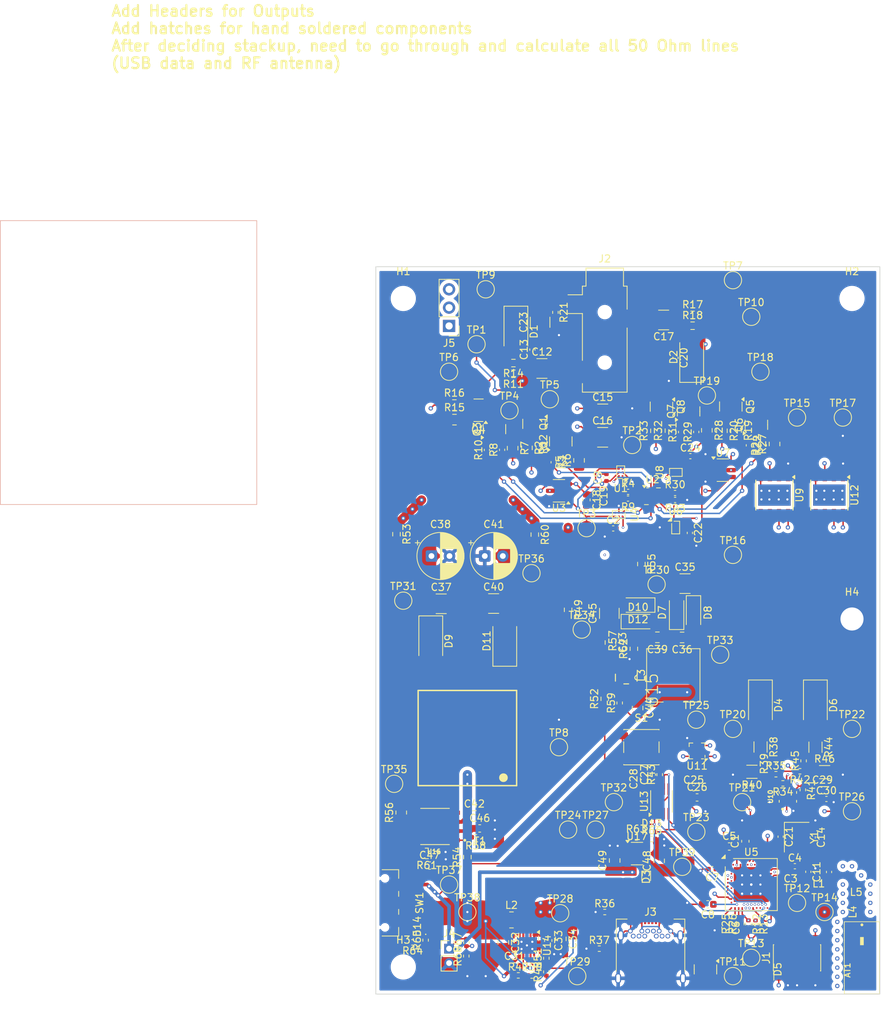
<source format=kicad_pcb>
(kicad_pcb (version 20241229) (generator "pcbnew") (generator_version "9.0")
  (layers (0 "F.Cu" signal) (4 "In1.Cu" power "Gnd.Cu") (6 "In2.Cu" power "Pwr.Cu") (2 "B.Cu" signal) (13 "F.Paste" user) (15 "B.Paste" user) (5 "F.SilkS" user "F.Silkscreen") (7 "B.SilkS" user "B.Silkscreen") (1 "F.Mask" user) (3 "B.Mask" user) (25 "Edge.Cuts" user))
  (net 0 "")
  (net 1 "GND")
  (net 2 "Net-(U5-DEC4)")
  (net 3 "+3.3V")
  (net 4 "Net-(U5-DEC5)")
  (net 5 "Net-(U5-DEC3)")
  (net 6 "/V_USB")
  (net 7 "Net-(U5-DEC1)")
  (net 8 "Net-(U5-DECUSB)")
  (net 9 "/RF_ANT")
  (net 10 "/RF_MCU")
  (net 11 "/E1")
  (net 12 "/E1_Pre")
  (net 13 "Net-(U5-XC1)")
  (net 14 "/E2_Pre")
  (net 15 "/E2")
  (net 16 "Net-(U5-XC2)")
  (net 17 "/Ground_Electrode")
  (net 18 "Net-(U14-UVLO)")
  (net 19 "/V_ON")
  (net 20 "Net-(U14-VAUX)")
  (net 21 "/-20V")
  (net 22 "Net-(U16-SW)")
  (net 23 "Net-(D7-K)")
  (net 24 "/+50V")
  (net 25 "/-50V")
  (net 26 "Net-(D10-A)")
  (net 27 "/+20V")
  (net 28 "/20V_FB")
  (net 29 "/VBAT")
  (net 30 "/+HV")
  (net 31 "/-HV")
  (net 32 "Net-(D4-K)")
  (net 33 "Net-(D4-A)")
  (net 34 "/USB_D+")
  (net 35 "/USB_D-")
  (net 36 "Net-(D6-K)")
  (net 37 "Net-(D6-A)")
  (net 38 "Net-(D9-A)")
  (net 39 "Net-(D13-K)")
  (net 40 "Net-(J1-SWDIO{slash}TMS)")
  (net 41 "/SWO")
  (net 42 "Net-(J1-SWCLK{slash}TCK)")
  (net 45 "Net-(J1-~{RESET})")
  (net 46 "Net-(U14-L)")
  (net 47 "/C1_Anodic")
  (net 48 "Net-(Q1-E2)")
  (net 49 "Net-(Q1-C2)")
  (net 50 "Net-(Q1-E1)")
  (net 51 "Net-(Q2-B)")
  (net 52 "Net-(Q2-E)")
  (net 53 "Net-(Q3-E)")
  (net 54 "Net-(Q3-C)")
  (net 55 "Net-(Q3-B)")
  (net 56 "Net-(Q4-E1)")
  (net 57 "/C1_Cathodic")
  (net 58 "Net-(Q4-E2)")
  (net 59 "Net-(Q5-E1)")
  (net 60 "Net-(Q5-C2)")
  (net 61 "/C2_Anodic")
  (net 62 "Net-(Q5-E2)")
  (net 63 "Net-(Q6-B)")
  (net 64 "Net-(Q6-E)")
  (net 65 "Net-(Q7-E)")
  (net 66 "Net-(Q7-B)")
  (net 67 "Net-(Q7-C)")
  (net 68 "Net-(Q8-E1)")
  (net 69 "/C2_Cathodic")
  (net 70 "Net-(Q8-E2)")
  (net 71 "Net-(R3-Pad2)")
  (net 72 "Net-(U2A-+)")
  (net 73 "Net-(U2A--)")
  (net 74 "Net-(U2B--)")
  (net 75 "Net-(U2B-+)")
  (net 76 "Net-(R10-Pad1)")
  (net 77 "/I2C_SDA")
  (net 78 "/I2C_SCL")
  (net 79 "Net-(R22-Pad2)")
  (net 80 "Net-(U2C-+)")
  (net 81 "Net-(U2C--)")
  (net 82 "/MCU_D-")
  (net 83 "/MCU_D+")
  (net 84 "Net-(U2D--)")
  (net 85 "Net-(U2D-+)")
  (net 86 "Net-(R31-Pad1)")
  (net 87 "/Z1")
  (net 88 "Net-(R38-Pad2)")
  (net 89 "/Z2")
  (net 90 "/EmStop")
  (net 91 "Net-(R44-Pad2)")
  (net 92 "Net-(U14-FB)")
  (net 93 "/20V_ON")
  (net 94 "/HV_ON")
  (net 95 "/50V_ON")
  (net 96 "Net-(U15-SW)")
  (net 97 "Net-(SW1-C)")
  (net 98 "Net-(U16-INTVCC)")
  (net 99 "/C1A_ON")
  (net 100 "Net-(U3-VOUT)")
  (net 103 "/C1C_ON")
  (net 109 "/Batt_Measure")
  (net 110 "/HV_CLK")
  (net 117 "/C2A_ON")
  (net 122 "/C2C_ON")
  (net 125 "/HV_EN")
  (net 129 "/Z_ON")
  (net 147 "Net-(U7-VOUT)")
  (net 153 "Net-(D14-K)")
  (net 154 "Net-(U16-RREF)")
  (net 155 "Net-(D11-K)")
  (net 162 "Net-(J3-CC2)")
  (net 165 "Net-(J3-CC1)")
  (net 168 "Net-(U10A--)")
  (net 169 "Net-(U10B--)")
  (net 170 "Net-(U16-RFB)")
  (net 171 "Net-(U17-STAT)")
  (net 172 "Net-(U17-PROG)")
  (net 175 "Net-(AT1-Pad1)")
  (footprint "Capacitor_SMD:C_0805_2012Metric" (layer "F.Cu") (at 230.616362 121.574988 -90)
    (property "Reference" "C44")
    (property "Value" "22uF")
  )
  (footprint "Resistor_SMD:R_0402_1005Metric" (layer "F.Cu") (at 206.855926 155.965115 90)
    (property "Reference" "R68")
    (property "Value" "100k")
  )
  (footprint "Capacitor_SMD:C_0402_1005Metric" (layer "F.Cu") (at 232.740078 130.81 90)
    (property "Reference" "C27")
    (property "Value" "100nF")
  )
  (footprint "OpenAVNS:WE-FLYLT_EP13_5465" (layer "F.Cu") (at 207.01 125.73 180)
    (property "Reference" "T1")
    (property "Value" "Wurth 750315839 - 1:10, 40uH")
  )
  (footprint "TestPoint:TestPoint_Pad_D2.0mm" (layer "F.Cu") (at 238.76 123.19)
    (property "Reference" "TP25")
    (property "Value" "TestPoint")
  )
  (footprint "MountingHole:MountingHole_3.2mm_M3_DIN965" (layer "F.Cu") (at 198.12 64.77)
    (property "Reference" "H1")
    (property "Value" "MountingHole")
  )
  (footprint "TestPoint:TestPoint_Pad_D2.0mm" (layer "F.Cu") (at 218.44 78.74)
    (property "Reference" "TP5")
    (property "Value" "TestPoint")
  )
  (footprint "Capacitor_SMD:C_0805_2012Metric" (layer "F.Cu") (at 215.26463 85.488877 -90)
    (property "Reference" "R2")
    (property "Value" "150 Ohm")
  )
  (footprint "Capacitor_SMD:C_0805_2012Metric" (layer "F.Cu") (at 249.608584 84.949998 90)
    (property "Reference" "R27")
    (property "Value" "4.4k")
  )
  (footprint "Capacitor_SMD:C_0805_2012Metric" (layer "F.Cu") (at 233.36 111.76 180)
    (property "Reference" "C39")
    (property "Value" "1uF")
  )
  (footprint "LED_SMD:LED_0402_1005Metric" (layer "F.Cu") (at 201.23037 151.864108 90)
    (property "Reference" "D14")
    (property "Value" "LED Green")
  )
  (footprint "Capacitor_SMD:C_0402_1005Metric" (layer "F.Cu") (at 218.973273 87.484603 -90)
    (property "Reference" "R3")
    (property "Value" "100 Ohm")
  )
  (footprint "Package_BGA:Texas_DSBGA-6_0.9x1.4mm_Layout2x3_P0.5mm" (layer "F.Cu") (at 228.274921 88.888802 180)
    (property "Reference" "U1")
    (property "Value" "TS5A3159AYZPR")
  )
  (footprint "Resistor_SMD:R_0603_1608Metric_Pad0.98x0.95mm_HandSolder" (layer "F.Cu") (at 226.06 120.2925 90)
    (property "Reference" "R52")
    (property "Value" "0 Ohm")
  )
  (footprint "Capacitor_SMD:C_0402_1005Metric" (layer "F.Cu") (at 237.932537 86.6414)
    (property "Reference" "C24")
    (property "Value" "100nF")
  )
  (footprint "Capacitor_SMD:C_0402_1005Metric" (layer "F.Cu") (at 209.716404 85.775319 90)
    (property "Reference" "R10")
    (property "Value" "100 Ohm")
  )
  (footprint "Package_SO:TI_SO-PowerPAD-8_ThermalVias" (layer "F.Cu") (at 257.21 92.04 -90)
    (property "Reference" "U12")
    (property "Value" "OPA455")
  )
  (footprint "Capacitor_SMD:C_0603_1608Metric" (layer "F.Cu") (at 218.223724 153.809439 -90)
    (property "Reference" "C33")
    (property "Value" "0.1uF")
  )
  (footprint "Capacitor_SMD:C_0402_1005Metric" (layer "F.Cu") (at 237.861948 97.285381 -90)
    (property "Reference" "C22")
    (property "Value" "100nF")
  )
  (footprint "TestPoint:TestPoint_Pad_D2.0mm" (layer "F.Cu") (at 219.883535 150.026517)
    (property "Reference" "TP28")
    (property "Value" "TestPoint")
  )
  (footprint "Resistor_SMD:R_0402_1005Metric" (layer "F.Cu") (at 219.218424 66.696182 -90)
    (property "Reference" "R21")
    (property "Value" "100k")
  )
  (footprint "TestPoint:TestPoint_Pad_D2.0mm" (layer "F.Cu") (at 247.65 74.93)
    (property "Reference" "TP18")
    (property "Value" "TestPoint")
  )
  (footprint "TestPoint:TestPoint_Pad_D2.0mm" (layer "F.Cu") (at 204.47 146.05)
    (property "Reference" "TP37")
    (property "Value" "TestPoint")
  )
  (footprint "MountingHole:MountingHole_3.2mm_M3_DIN965" (layer "F.Cu") (at 260.35 64.77)
    (property "Reference" "H2")
    (property "Value" "MountingHole")
  )
  (footprint "Capacitor_SMD:C_0402_1005Metric" (layer "F.Cu") (at 252.428917 143.508877)
    (property "Reference" "C4")
    (property "Value" "100pF")
  )
  (footprint "TestPoint:TestPoint_Pad_D2.0mm" (layer "F.Cu") (at 209.55 63.5)
    (property "Reference" "TP9")
    (property "Value" "TestPoint")
  )
  (footprint "Capacitor_SMD:C_0402_1005Metric" (layer "F.Cu") (at 216.022178 71.857414 90)
    (property "Reference" "C13")
    (property "Value" "680pF")
  )
  (footprint "Package_TO_SOT_SMD:SOT-143" (layer "F.Cu") (at 216.250653 82.157812 -90)
    (property "Reference" "Q1")
    (property "Value" "BCV62")
  )
  (footprint "Inductor_SMD:L_1008_2520Metric_Pad1.43x2.20mm_HandSolder" (layer "F.Cu") (at 213.124968 150.956368)
    (property "Reference" "L2")
    (property "Value" "4.7uH, 1.2A")
  )
  (footprint "Capacitor_SMD:C_0805_2012Metric" (layer "F.Cu") (at 236.788364 111.778716 180)
    (property "Reference" "C36")
    (property "Value" "1uF")
  )
  (footprint "Package_BGA:Texas_DSBGA-6_0.9x1.4mm_Layout2x3_P0.5mm" (layer "F.Cu") (at 235.894921 88.888802 90)
    (property "Reference" "U8")
    (property "Value" "TS5A3159AYZPR")
  )
  (footprint "Resistor_SMD:R_0603_1608Metric_Pad0.98x0.95mm_HandSolder" (layer "F.Cu") (at 207.01 142.24 90)
    (property "Reference" "R54")
    (property "Value" "0 Ohm")
  )
  (footprint "Package_TO_SOT_SMD:SOT-143" (layer "F.Cu") (at 208.559282 80.272021 180)
    (property "Reference" "Q4")
    (property "Value" "BCV61")
  )
  (footprint "TestPoint:TestPoint_Pad_D2.0mm" (layer "F.Cu") (at 246.38 67.31)
    (property "Reference" "TP10")
    (property "Value" "TestPoint")
  )
  (footprint "Capacitor_SMD:C_0805_2012Metric" (layer "F.Cu") (at 242.307316 83.119159 -90)
    (property "Reference" "R20")
    (property "Value" "150 Ohm")
  )
  (footprint "Capacitor_SMD:C_0805_2012Metric" (layer "F.Cu") (at 226.850134 112.484732 -90)
    (property "Reference" "C43")
    (property "Value" "4.7pF")
  )
  (footprint "Capacitor_SMD:C_0402_1005Metric" (layer "F.Cu") (at 236.650261 83.291509 90)
    (property "Reference" "R31")
    (property "Value" "100 Ohm")
  )
  (footprint "Capacitor_SMD:C_0603_1608Metric" (layer "F.Cu") (at 201.765222 143.410498)
    (property "Reference" "C47")
    (property "Value" "10pF")
  )
  (footprint "Capacitor_SMD:C_0805_2012Metric" (layer "F.Cu") (at 219.96605 153.584623 -90)
    (property "Reference" "C34")
    (property "Value" "22uF")
  )
  (footprint "Capacitor_SMD:C_0805_2012Metric" (layer "F.Cu") (at 233.600712 142.760828 90)
    (property "Reference" "C48")
    (property "Value" "4.7uF")
  )
  (footprint "Resistor_SMD:R_0603_1608Metric_Pad0.98x0.95mm_HandSolder" (layer "F.Cu") (at 220.98 107.95 -90)
    (property "Reference" "R49")
    (property "Value" "0 Ohm")
  )
  (footprint "TestPoint:TestPoint_Pad_D2.0mm" (layer "F.Cu") (at 224.79 138.43)
    (property "Reference" "TP27")
    (property "Value" "TestPoint")
  )
  (footprint "Capacitor_SMD:C_0805_2012Metric" (layer "F.Cu") (at 240.219162 83.050323 -90)
    (property "Reference" "R28")
    (property "Value" "4.4k")
  )
  (footprint "Capacitor_SMD:C_0402_1005Metric" (layer "F.Cu") (at 235.81214 91.743011)
    (property "Reference" "R30")
    (property "Value" "1M")
  )
  (footprint "Capacitor_SMD:C_0402_1005Metric" (layer "F.Cu") (at 229.295497 91.584067)
    (property "Reference" "R4")
    (property "Value" "1M")
  )
  (footprint "Capacitor_SMD:C_0603_1608Metric" (layer "F.Cu") (at 208.720182 138.267832)
    (property "Reference" "C46")
    (property "Value" "1uF")
  )
  (footprint "Resistor_SMD:R_0402_1005Metric" (layer "F.Cu") (at 250.767061 132.020528 180)
    (property "Reference" "R34")
    (property "Value" "100k")
  )
  (footprint "Resistor_SMD:R_0402_1005Metric" (layer "F.Cu") (at 253.530217 132.916167 -90)
    (property "Reference" "R41")
    (property "Value" "100k")
  )
  (footprint "Diode_SMD:D_SOD-123" (layer "F.Cu") (at 230.687818 109.581436)
    (property "Reference" "D10")
    (property "Value" "MBR0530")
  )
  (footprint "Resistor_SMD:R_0402_1005Metric" (layer "F.Cu") (at 244.052154 151.494113 90)
    (property "Reference" "R25")
    (property "Value" "22 Ohm")
  )
  (footprint "Package_TO_SOT_SMD:SOT-23" (layer "F.Cu") (at 219.962064 84.595324 90)
    (property "Reference" "Q2")
    (property "Value" "BC847")
  )
  (footprint "TestPoint:TestPoint_Pad_D2.0mm" (layer "F.Cu") (at 222.868103 110.690905)
    (property "Reference" "TP34")
    (property "Value" "TestPoint")
  )
  (footprint "Package_TO_SOT_SMD:SOT-23-6" (layer "F.Cu") (at 242.4375 88.58)
    (property "Reference" "U7")
    (property "Value" "MCP4725xxx-xCH")
  )
  (footprint "Package_DFN_QFN:Nordic_AQFN-73-1EP_7x7mm_P0.5mm" (layer "F.Cu") (at 246.38 146.05)
    (property "Reference" "U5")
    (property "Value" "nRF52840")
  )
  (footprint "Resistor_SMD:R_0402_1005Metric" (layer "F.Cu") (at 253.63816 128.897221 90)
    (property "Reference" "R45")
    (property "Value" "100k")
  )
  (footprint "Resistor_SMD:R_0402_1005Metric" (layer "F.Cu") (at 225.3 154.94)
    (property "Reference" "R37")
    (property "Value" "5.1k")
  )
  (footprint "Diode_SMD:D_SMA" (layer "F.Cu") (at 247.65 121.19 -90)
    (property "Reference" "D4")
    (property "Value" "SS3200")
  )
  (footprint "Package_TO_SOT_SMD:SOT-23" (layer "F.Cu") (at 237.691468 80.430464 90)
    (property "Reference" "Q7")
    (property "Value" "BC857")
  )
  (footprint "TestPoint:TestPoint_Pad_D2.0mm" (layer "F.Cu") (at 243.84 158.75)
    (property "Reference" "TP11")
    (property "Value" "TestPoint")
  )
  (footprint "Package_TO_SOT_SMD:SOT-23" (layer "F.Cu") (at 247.090317 82.290866 90)
    (property "Reference" "Q6")
    (property "Value" "BC847")
  )
  (footprint "Package_TO_SOT_SMD:SOT-143" (layer "F.Cu") (at 233.924921 79.768802 -90)
    (property "Reference" "Q8")
    (property "Value" "BCV61")
  )
  (footprint "Capacitor_SMD:C_0805_2012Metric" (layer "F.Cu") (at 244.273691 83.077846 -90)
    (property "Reference" "R19")
    (property "Value" "1k")
  )
  (footprint "Resistor_SMD:R_0402_1005Metric" (layer "F.Cu") (at 228.130758 120.867643 90)
    (property "Reference" "R59")
    (property "Value" "100k")
  )
  (footprint "TestPoint:TestPoint_Pad_D2.0mm" (layer "F.Cu") (at 208.28 71.12)
    (property "Reference" "TP1")
    (property "Value" "TestPoint")
  )
  (footprint "Inductor_SMD:L_7.3x7.3_H3.5" (layer "F.Cu") (at 235.568103 117.040905 90)
    (property "Reference" "L3")
    (property "Value" "10uH")
  )
  (footprint "Connector_Audio:Jack_3.5mm_CUI_SJ-3523-SMT_Horizontal" (layer "F.Cu") (at 226.06 69.16)
    (property "Reference" "J2")
    (property "Value" "AudioPlug3")
  )
  (footprint "TestPoint:TestPoint_Pad_D2.0mm" (layer "F.Cu") (at 243.84 124.46)
    (property "Reference" "TP20")
    (property "Value" "TestPoint")
  )
  (footprint "Capacitor_SMD:C_0603_1608Metric" (layer "F.Cu") (at 231.501107 131.396902 90)
    (property "Reference" "C28")
    (property "Value" "10uF")
  )
  (footprint "Resistor_SMD:R_0402_1005Metric" (layer "F.Cu") (at 230.440553 139.517014)
    (property "Reference" "R63")
    (property "Value" "330")
  )
  (footprint "Resistor_SMD:R_0402_1005Metric" (layer "F.Cu") (at 199.421742 154.067073 180)
    (property "Reference" "R64")
    (property "Value" "100k")
  )
  (footprint "Package_SON:Texas_S-PVSON-N10_ThermalVias" (layer "F.Cu") (at 215.265 154.49 -90)
    (property "Reference" "U14")
    (property "Value" "TPS61200DRC")
  )
  (footprint "Diode_SMD:D_SOD-882" (layer "F.Cu") (at 231.805297 144.994936 -90)
    (property "Reference" "D3")
    (property "Value" "PESD5V0L1UL")
  )
  (footprint "Capacitor_SMD:C_0603_1608Metric" (layer "F.Cu") (at 213.532581 157.408871)
    (property "Reference" "C31")
    (property "Value" "0.1uF")
  )
  (footprint "MountingHole:MountingHole_3.2mm_M3_DIN965" (layer "F.Cu") (at 198.12 157.48)
    (property "Reference" "H3")
    (property "Value" "MountingHole")
  )
  (footprint "TestPoint:TestPoint_Pad_D2.0mm" (layer "F.Cu") (at 256.54 149.86)
    (property "Reference" "TP14")
    (property "Value" "TestPoint")
  )
  (footprint "Capacitor_SMD:C_1210_3225Metric" (layer "F.Cu") (at 226.695193 108.440027 90)
    (property "Reference" "C45")
    (property "Value" "22uF, 100V")
  )
  (footprint "TestPoint:TestPoint_Pad_D2.0mm" (layer "F.Cu") (at 196.85 132.08)
    (property "Reference" "TP35")
    (property "Value" "TestPoint")
  )
  (footprint "Capacitor_SMD:C_0805_2012Metric" (layer "F.Cu") (at 227.439372 142.712122 90)
    (property "Reference" "C49")
    (property "Value" "4.7uF")
  )
  (footprint "Resistor_SMD:R_1206_3216Metric" (layer "F.Cu") (at 247.66554 126.97276 -90)
    (property "Reference" "R38")
    (property "Value" "10k")
  )
  (footprint "Resistor_SMD:R_0603_1608Metric_Pad0.98x0.95mm_HandSolder" (layer "F.Cu") (at 197.177493 97.458052 -90)
    (property "Reference" "R53")
    (property "Value" "0 Ohm")
  )
  (footprint "Package_SO:SSOP-8_2.95x2.8mm_P0.65mm" (layer "F.Cu") (at 233.930141 134.519446 90)
    (property "Reference" "U13")
    (property "Value" "74AUC1G74")
  )
  (footprint "TestPoint:TestPoint_Pad_D2.0mm" (layer "F.Cu") (at 212.846649 80.298725)
    (property "Reference" "TP4")
    (property "Value" "TestPoint")
  )
  (footprint "OpenAVNS:SOIC127P599X175-9N" (layer "F.Cu") (at 202.518823 137.997174 180)
    (property "Reference" "U16")
    (property "Value" "LT8304IS8E_PBF")
  )
  (footprint "TestPoint:TestPoint_Pad_D2.0mm" (layer "F.Cu") (at 259.08 81.28)
    (property "Reference" "TP17")
    (property "Value" "TestPoint")
  )
  (footprint "TestPoint:TestPoint_Pad_D2.0mm" (layer "F.Cu") (at 238.76 138.734357)
    (property "Reference" "TP23")
    (property "Value" "TestPoint")
  )
  (footprint "Diode_SMD:D_SOD-123" (layer "F.Cu") (at 236.026735 108.325997 90)
    (property "Reference" "D7")
    (property "Value" "MBR0530")
  )
  (footprint "Diode_SMD:D_SOD-123" (layer "F.Cu") (at 230.664692 107.291029 180)
    (property "Reference" "D12")
    (property "Value" "MBR0530")
  )
  (footprint "TestPoint:TestPoint_Pad_D2.0mm" (layer "F.Cu") (at 242.071466 114.167009)
    (property "Reference" "TP33")
    (property "Value" "TestPoint")
  )
  (footprint "OpenAVNS:QFN50P200X150X40-10N" (layer "F.Cu") (at 251.46 133.89 90)
    (property "Reference" "U10")
    (property "Value" "TLV9062")
  )
  (footprint "TestPoint:TestPoint_Pad_D2.0mm" (layer "F.Cu") (at 252.73 148.59)
    (property "Reference" "TP12")
    (property "Value" "TestPoint")
  )
  (footprint "Connector_PinHeader_1.27mm:PinHeader_2x05_P1.27mm_Vertical_SMD" (layer "F.Cu") (at 252.73 156.21 90)
    (property "Reference" "J1")
    (property "Value" "Conn_ARM_JTAG_SWD_10")
  )
  (footprint "Capacitor_SMD:C_0805_2012Metric" (layer "F.Cu") (at 235.170828 83.099253 90)
    (property "Reference" "R32")
    (property "Value" "1k")
  )
  (footprint "Resistor_SMD:R_0402_1005Metric" (layer "F.Cu") (at 217.960109 158.166579 90)
    (property "Reference" "R48")
    (property "Value" "1.2M")
  )
  (footprint "Capacitor_SMD:C_0402_1005Metric" (layer "F.Cu") (at 254.900284 139.507565 -90)
    (property "Reference" "C14")
    (property "Value" "12pF")
  )
  (footprint "Resistor_SMD:R_0402_1005Metric" (layer "F.Cu") (at 246.962577 151.536916 -90)
    (property "Reference" "R13")
    (property "Value" "4.7k")
  )
  (footprint "Inductor_SMD:L_0402_1005Metric" (layer "F.Cu") (at 260.927038 148.270853)
    (property "Reference" "L5")
    (property "Value" "1.8nH, 5%")
  )
  (footprint "TestPoint:TestPoint_Pad_D2.0mm" (layer "F.Cu") (at 222.25 158.75)
    (property "Reference" "TP29")
    (property "Value" "TestPoint")
  )
  (footprint "Capacitor_SMD:C_0805_2012Metric" (layer "F.Cu") (at 207.976999 136.538503)
    (property "Reference" "C42")
    (property "Value" "22uF, 50V")
  )
  (footprint "Package_SO:TI_SO-PowerPAD-8_ThermalVias" (layer "F.Cu") (at 249.59 92.04 -90)
    (property "Reference" "U9")
    (property "Value" "OPA455")
  )
  (footprint "Capacitor_THT:CP_Radial_D6.3mm_P2.50mm" (layer "F.Cu") (at 202.028153 100.487851)
    (property "Reference" "C38")
    (property "Value" "10uF, 100V electrolytic")
  )
  (footprint "Capacitor_SMD:C_0402_1005Metric" (layer "F.Cu") (at 246.044655 85.138565 -90)
    (property "Reference" "R22")
    (property "Value" "100 Ohm")
  )
  (footprint "Package_TO_SOT_SMD:SOT-23-6" (layer "F.Cu") (at 219.71 91.44 180)
    (property "Reference" "U3")
    (property "Value" "MCP4725xxx-xCH")
  )
  (footprint "Capacitor_SMD:C_0805_2012Metric" (layer "F.Cu") (at 217.276281 85.483423 -90)
    (property "Reference" "R1")
    (property "Value" "1k")
  )
  (footprint "TestPoint:TestPoint_Pad_D2.0mm" (layer "F.Cu") (at 246.38 156.21)
    (property "Reference" "TP13")
    (property "Value" "TestPoint")
  )
  (footprint "Capacitor_SMD:C_0402_1005Metric" (layer "F.Cu") (at 250.455349 139.410028 -90)
    (property "Reference" "C21")
    (property "Value" "12pF")
  )
  (footprint "Resistor_SMD:R_0603_1608Metric" (layer "F.Cu") (at 228.600946 112.254578 90)
    (property "Reference" "R57")
    (property "Value" "2M")
  )
  (footprint "LED_SMD:LED_0402_1005Metric" (layer "F.Cu") (at 232.573974 138.734357)
    (property "Reference" "D13")
    (property "Value" "LED Yellow")
  )
  (footprint "Resistor_SMD:R_0402_1005Metric" (layer "F.Cu") (at 201.21637 153.761942 90)
    (property "Reference" "R65")
    (property "Value" "1k")
  )
  (footprint "Capacitor_SMD:C_0402_1005Metric" (layer "F.Cu") (at 254.291455 144.28323 -90)
    (property "Reference" "C11")
    (property "Value" "0.8pF")
  )
  (footprint "Capacitor_SMD:C_0603_1608Metric" (layer "F.Cu") (at 256.25635 132.969195)
    (property "Reference" "C29")
    (property "Value" "10uF")
  )
  (footprint "Resistor_SMD:R_0603_1608Metric_Pad0.98x0.95mm_HandSolder" (layer "F.Cu") (at 231.14 101.6 -90)
    (property "Reference" "R55")
    (property "Value" "0 Ohm")
  )
  (footprint "Capacitor_SMD:C_0805_2012Metric" (layer "F.Cu") (at 211.991401 154.06664 -90)
    (property "Reference" "C32")
    (property "Value" "10uF")
  )
  (footprint "Package_TO_SOT_SMD:SOT-23-5" (layer "F.Cu") (at 230.530371 141.756727)
    (property "Reference" "U17")
    (property "Value" "MCP73831-2-OT")
  )
  (footprint "Capacitor_SMD:C_1210_3225Metric" (layer "F.Cu") (at 217.346893 74.477539)
    (property "Reference" "C12")
    (property "Value" "22uF")
  )
  (footprint "Diode_SMD:D_SOD-123" (layer "F.Cu") (at 238.366013 108.349867 -90)
    (property "Reference" "D8")
    (property "Value" "MBR0530")
  )
  (footprint "Resistor_SMD:R_0402_1005Metric" (layer "F.Cu") (at 245.982449 151.524648 -90)
    (property "Reference" "R12")
    (property "Value" "4.7k")
  )
  (footprint "Package_TO_SOT_SMD:SOT-23" (layer "F.Cu") (at 210.765569 82.889099 90)
    (property "Reference" "Q3")
    (property "Value" "BC857")
  )
  (footprint "OpenAVNS:SOT95P280X145-5N" (layer "F.Cu") (at 229.041266 117.356809 -90)
    (property "Reference" "U15")
    (property "Value" "LT1615ES5_TRPBF" (hide yes))
  )
  (footprint "Resistor_SMD:R_1206_3216Metric" (layer "F.Cu") (at 246.472911 130.406953 180)
    (property "Reference" "R40")
    (property "Value" "619 Ohm")
  )
  (footprint "Capacitor_SMD:C_1210_3225Metric" (layer "F.Cu") (at 234.230685 67.75055 180)
    (property "Reference" "C17")
    (property "Value" "22uF")
  )
  (footprint "Resistor_SMD:R_0402_1005Metric" (layer "F.Cu") (at 208.158283 139.496942 180)
    (property "Reference" "R58")
    (property "Value" "100k")
  )
  (footprint "Resistor_SMD:R_0402_1005Metric" (layer "F.Cu") (at 226.06 149.86)
    (property "Reference" "R36")
    (property "Value" "5.1k")
  )
  (footprint "Resistor_SMD:R_0402_1005Metric" (layer "F.Cu") (at 249.341043 129.292626 90)
    (property "Reference" "R39")
    (property "Value" "100k")
  )
  (footprint "Diode_SMD:D_SMA" (layer "F.Cu") (at 212.196337 112.260133 90)
    (property "Reference" "D11")
    (property "Value" "SS3200")
  )
  (footprint "Resistor_SMD:R_0402_1005Metric" (layer "F.Cu") (at 215.947827 158.664866)
    (property "Reference" "R50")
    (property "Value" "220k")
  )
  (footprint "Inductor_SMD:L_0402_1005Metric" (layer "F.Cu") (at 261.62 149.86 90)
    (property "Reference" "L4")
    (property "Value" "2.7nH, 5%")
  )
  (footprint "Connector_PinHeader_2.00mm:PinHeader_1x02_P2.00mm_Vertical" (layer "F.Cu") (at 204.47 154.94)
    (property "Reference" "J4")
    (property "Value" "Conn_01x02_Pin")
  )
  (footprint "Capacitor_SMD:C_1210_3225Metric" (layer "F.Cu") (at 237.196374 104.315806)
    (property "Reference" "C35")
    (property "Value" "22uF, 100V")
  )
  (footprint "Connector_PinHeader_2.54mm:PinHeader_1x03_P2.54mm_Vertical" (layer "F.Cu") (at 204.47 68.58 180)
    (property "Reference" "J5")
    (property "Value" "Conn_01x03_Pin")
  )
  (footprint "Package_BGA:Texas_DSBGA-6_0.9x1.4mm_Layout2x3_P0.5mm" (layer "F.Cu") (at 235.894921 96.508802)
    (property "Reference" "U6")
    (property "Value" "TS5A3159AYZPR")
  )
  (footprint "TestPoint:TestPoint_Pad_D2.0mm" (layer "F.Cu") (at 215.9 102.87)
    (property "Reference" "TP36")
    (property "Value" "TestPoint")
  )
  (footprint "Capacitor_SMD:C_0603_1608Metric" (layer "F.Cu") (at 243.328397 140.771074)
    (property "Reference" "C5")
    (property "Value" "4.7uF")
  )
  (footprint "Resistor_SMD:R_0402_1005Metric" (layer "F.Cu") (at 214.069471 158.649633)
    (property "Reference" "R47")
    (property "Value" "2M")
  )
  (footprint "Resistor_SMD:R_0603_1608Metric" (layer "F.Cu") (at 230.098972 113.354136 90)
    (property "Reference" "R62")
    (property "Value" "130k")
  )
  (footprint "Crystal:Crystal_SMD_3225-4Pin_3.2x2.5mm" (layer "F.Cu") (at 252.680572 139.482632 -90)
    (property "Reference" "Y1")
    (property "Value" "32MHz - X322532MOB4SI")
  )
  (footprint "TestPoint:TestPoint_Pad_D2.0mm" (layer "F.Cu") (at 260.35 124.46)
    (property "Reference" "TP22")
    (property "Value" "TestPoint")
  )
  (footprint "TestPoint:TestPoint_Pad_D2.0mm" (layer "F.Cu") (at 223.539162 96.618696)
    (property "Reference" "TP3")
    (property "Value" "TestPoint")
  )
  (footprint "Capacitor_SMD:C_0805_2012Metric" (layer "F.Cu") (at 222.497788 87.220874 90)
    (property "Reference" "R6")
    (property "Value" "4.4k")
  )
  (footprint "Resistor_SMD:R_0603_1608Metric_Pad0.98x0.95mm_HandSolder" (layer "F.Cu") (at 216.359685 97.51655 -90)
    (property "Reference" "R60")
    (property "Value" "0 Ohm")
  )
  (footprint "Capacitor_SMD:C_0402_1005Metric" (layer "F.Cu") (at 211.824907 85.759466 90)
    (property "Reference" "R8")
    (property "Value" "100 Ohm")
  )
  (footprint "Package_LGA:LGA-12_2x2mm_P0.5mm" (layer "F.Cu") (at 238.864327 127.52 180)
    (property "Reference" "U11")
    (property "Value" "LIS2DH12")
  )
  (footprint "Package_TO_SOT_SMD:SOT-143" (layer "F.Cu") (at 243.542395 79.750357 -90)
    (property "Reference" "Q5")
    (property "Value" "BCV62")
  )
  (footprint "Capacitor_SMD:C_0402_1005Metric" (layer "F.Cu") (at 240.957136 143.904026 180)
    (property "Reference" "C7")
    (property "Value" "100nF")
  )
  (footprint "Capacitor_SMD:C_0402_1005Metric" (layer "F.Cu") (at 238.748687 83.283777 90)
    (property "Reference" "R29")
    (property "Value" "R_US")
  )
  (footprint "Capacitor_SMD:C_0402_1005Metric" (layer "F.Cu") (at 238.384327 132.698592)
    (property "Reference" "C25")
    (property "Value" "100nF")
  )
  (footprint "Inductor_SMD:L_0402_1005Metric" (layer "F.Cu") (at 255.730278 144.757018 180)
    (property "Reference" "L1")
    (property "Value" "4.7nH, 5%")
  )
  (footprint "Diode_SMD:D_SMA" (layer "F.Cu") (at 201.93 112.3 -90)
    (property "Reference" "D9")
    (property "Value" "SS3200")
  )
  (footprint "TestPoint:TestPoint_Pad_D2.0mm" (layer "F.Cu") (at 260.35 135.89)
    (property "Reference" "TP26")
    (property "Value" "TestPoint")
  )
  (footprint "TestPoint:TestPoint_Pad_D2.0mm" (layer "F.Cu") (at 219.71 127)
    (property "Reference" "TP8")
    (property "Value" "TestPoint")
  )
  (footprint "Capacitor_SMD:C_0402_1005Metric" (layer "F.Cu") (at 257.166624 144.306861 -90)
    (property "Reference" "C10" (hide yes))
    (property "Value" "0.5pF")
  )
  (footprint "TestPoint:TestPoint_Pad_D2.0mm" (layer "F.Cu") (at 227.33 134.62)
    (property "Reference" "TP32")
    (property "Value" "TestPoint")
  )
  (footprint "OpenAVNS:ANTENNA_2450AT43B100E" (layer "F.Cu") (at 261.725 156.21 90)
    (property "Reference" "AT1")
    (property "Value" "2450AT43B100E")
  )
  (footprint "Resistor_SMD:R_1206_3216Metric" (layer "F.Cu") (at 255.283224 127.001045 -90)
    (property "Reference" "R44")
    (property "Value" "10k")
  )
  (footprint "Capacitor_THT:CP_Radial_D6.3mm_P2.50mm" (layer "F.Cu") (at 209.424271 100.487851)
    (property "Reference" "C41")
    (property "Value" "10uF, 100V electrolytic")
  )
  (footprint "TestPoint:TestPoint_Pad_D2.0mm" (layer "F.Cu") (at 229.87 85.09)
    (property "Reference" "TP2")
    (property "Value" "TestPoint")
  )
  (footprint "TestPoint:TestPoint_Pad_D2.0mm" (layer "F.Cu") (at 243.84 100.33)
    (property "Reference" "TP16")
    (property "Value" "TestPoint")
  )
  (footprint "Capacitor_SMD:C_1210_3225Metric" (layer "F.Cu") (at 210.6483 107.076009)
    (property "Reference" "C40")
    (property "Value" "22uF, 200V")
  )
  (footprint "Capacitor_SMD:C_0603_1608Metric" (layer "F.Cu") (at 240.348568 148.791013 180)
    (property "Reference" "C8")
    (property "Value" "4.7uF")
  )
  (footprint "TestPoint:TestPoint_Pad_D2.0mm" (layer "F.Cu") (at 252.73 81.28)
    (property "Reference" "TP15")
    (property "Value" "TestPoint")
  )
  (footprint "Resistor_SMD:R_0603_1608Metric_Pad0.98x0.95mm_HandSolder" (layer "F.Cu") (at 213.393825 73.72699 180)
    (property "Reference" "R14")
    (property "Value" "0 Ohm")
  )
  (footprint "Capacitor_SMD:C_0805_2012Metric" (layer "F.Cu") (at 213.284921 85.528802 -90)
    (property "Reference" "R7")
    (property "Value" "4.4k")
  )
  (footprint "Capacitor_SMD:C_0805_2012Metric" (layer "F.Cu") (at 205.206177 79.553217)
    (property "Reference" "R16")
    (property "Value" "R_US")
  )
  (footprint "Resistor_SMD:R_0402_1005Metric" (layer "F.Cu") (at 249.80041 130.746319)
    (property "Reference" "R35")
    (property "Value" "100k")
  )
  (footprint "Resistor_SMD:R_0402_1005Metric" (layer "F.Cu") (at 217.95807 156.26966 90)
    (property "Reference" "R51")
    (property "Value" "220k")
  )
  (footprint "Diode_SMD:D_SMA" (layer "F.Cu") (at 255.27 121.19 -90)
    (property "Reference" "D6")
    (property "Value" "SS3200")
  )
  (footprint "TestPoint:TestPoint_Pad_D2.0mm" (layer "F.Cu") (at 243.84 62.23)
    (property "Reference" "TP7")
    (property "Value" "TestPoint")
  )
  (footprint "Capacitor_SMD:C_0402_1005Metric" (layer "F.Cu") (at 220.976846 87.484603 90)
    (property "Reference" "R5")
    (property "Value" "100 Ohm")
  )
  (footprint "Capacitor_SMD:C_0402_1005Metric" (layer "F.Cu") (at 251.837596 146.393623)
    (property "Reference" "C3")
    (property "Value" "820pF")
  )
  (footprint "Resistor_SMD:R_0402_1005Metric" (layer "F.Cu") (at 233.68 130.81 90)
    (property "Reference" "R43")
    (property "Value" "100k")
  )
  (footprint "MountingHole:MountingHole_3.2mm_M3_DIN965" (layer "F.Cu") (at 260.35 109.22)
    (property "Reference" "H4")
    (property "Value" "MountingHole")
  )
  (footprint "Capacitor_SMD:C_0402_1005Metric" (layer "F.Cu") (at 227.231774 96.664029)
    (property "Reference" "C2")
    (property "Value" "100nF")
  )
  (footprint "Capacitor_SMD:C_0805_2012Metric" (layer "F.Cu") (at 233.166254 83.124627 90)
    (property "Reference" "R33")
    (property "Value" "150 Ohm")
  )
  (footprint "Capacitor_SMD:C_0402_1005Metric" (layer "F.Cu") (at 256.80049 134.179133)
    (property "Reference" "C30")
    (property "Value" "100nF")
  )
  (footprint "Button_Switch_SMD:SW_SPDT_CK_JS102011SAQN" (layer "F.Cu") (at 195.58 148.59 -90)
    (property "Reference" "SW1")
    (property "Value" "SW_SPDT")
  )
  (footprint "Capacitor_SMD:C_0402_1005Metric" (layer "F.Cu") (at 226.295669 89.603267 90)
    (property "Reference" "C9")
    (property "Value" "100nF")
  )
  (footprint "Resistor_SMD:R_0603_1608Metric_Pad0.98x0.95mm_HandSolder" (layer "F.Cu") (at 238.245244 67.04769)
    (property "Reference" "R17")
    (property "Value" "0 Ohm")
  )
  (footprint "Capacitor_SMD:C_0402_1005Metric" (layer "F.Cu") (at 224.762895 92.149286 -90)
    (property "Reference" "C19")
    (property "Value" "100nF")
  )
  (footprint "Resistor_SMD:R_0603_1608Metric_Pad0.98x0.95mm_HandSolder" (layer "F.Cu") (at 238.24316 68.545514)
    (property "Reference" "R18")
    (property "Value" "0 Ohm")
  )
  (footprint "Capacitor_SMD:C_0805_2012Metric" (layer "F.Cu") (at 205.220042 81.57247)
    (property "Reference" "R15")
    (property "Value" "R_US")
  )
  (footprint "TestPoint:TestPoint_Pad_D2.0mm" (layer "F.Cu") (at 207.01 149.86)
    (property "Reference" "TP38")
    (property "Value" "TestPoint")
  )
  (footprint "Capacitor_SMD:C_0603_1608Metric" (layer "F.Cu") (at 245.557553 140.042521 90)
    (property "Reference" "C1")
    (property "Value" "1uF")
  )
  (footprint "TestPoint:TestPoint_Pad_D2.0mm" (layer "F.Cu") (at 236.805522 143.589677)
    (property "Reference" "TP39")
    (property "Value" "TestPoint")
  )
  (footprint "Resistor_SMD:R_0402_1005Metric" (layer "F.Cu") (at 245.006144 151.494113 90)
    (property "Reference" "R26")
    (property "Value" "22 Ohm")
  )
  (footprint "Capacitor_SMD:C_1210_3225Metric" (layer "F.Cu") (at 217.094921 68.068802 90)
    (property "Reference" "C23")
    (property "Value" "22uF")
  )
  (footprint "Capacitor_SMD:C_0402_1005Metric" (layer "F.Cu") (at 235.868278 73.002007 -90)
    (property "Reference" "C20")
    (property "Value" "680pF")
  )
  (footprint "TestPoint:TestPoint_Pad_D2.0mm" (layer "F.Cu") (at 198.12 106.68)
    (property "Reference" "TP31")
    (property "Value" "TestPoint")
  )
  (footprint "Capacitor_SMD:C_0603_1608Metric" (layer "F.Cu") (at 238.864327 133.968592)
    (property "Reference" "C26")
    (property "Value" "10uF")
  )
  (footprint "Capacitor_SMD:C_0402_1005Metric" (layer "F.Cu") (at 229.289588 92.516974 180)
    (property "Reference" "R9")
    (property "Value" "1M")
  )
  (footprint "Capacitor_SMD:C_1210_3225Metric" (layer "F.Cu") (at 225.779921 80.768802)
    (property "Reference" "C15")
    (property "Value" "22uF, 100V")
  )
  (footprint "Capacitor_SMD:C_0402_1005Metric" (layer "F.Cu") (at 235.819827 92.70676 180)
    (property "Reference" "R23")
    (property "Value" "1M")
  )
  (footprint "Diode_SMD:D_SMA" (layer "F.Cu") (at 213.73871 69.352694 -90)
    (property "Reference" "D1")
    (property "Value" "SMAJ54CA")
  )
  (footprint "TestPoint:TestPoint_Pad_D2.0mm" (layer "F.Cu") (at 204.47 74.93)
    (property "Reference" "TP6")
    (property "Value" "TestPoint")
  )
  (footprint "Resistor_SMD:R_0805_2012Metric_Pad1.20x1.40mm_HandSolder" (layer "F.Cu") (at 201.380995 141.731373 180)
    (property "Reference" "R61")
    (property "Value" "10k")
  )
  (footprint "TestPoint:TestPoint_Pad_D2.0mm" (layer "F.Cu") (at 220.98 138.43)
    (property "Reference" "TP24")
    (property "Value" "TestPoint")
  )
  (footprint "Button_Switch_SMD:SW_SPST_PTS647_Sx38" (layer "F.Cu") (at 231.14 127)
    (property "Reference" "S1")
    (property "Value" "5-1437565-0")
  )
  (footprint "Capacitor_SMD:C_1210_3225Metric" (layer "F.Cu") (at 203.376126 107.11201)
    (property "Reference" "C37")
    (property "Value" "22uF, 200V")
  )
  (footprint "Package_BGA:Texas_DSBGA-6_0.9x1.4mm_Layout2x3_P0.5mm" (layer "F.Cu") (at 228.024921 94.738802 -90)
    (property "Reference" "U4")
    (property "Value" "TS5A3159AYZPR")
  )
  (footprint "Capacitor_SMD:C_0603_1608Metric" (layer "F.Cu") (at 223.52 92.71 -90)
    (property "Reference" "C18")
    (property "Value" "10uF")
  )
  (footprint "Package_DFN_QFN:Texas_S-PX2QFN-14" (layer "F.Cu") (at 232.667421 92.198802)
    (property "Reference" "U2")
    (property "Value" "TLV9004xRUCR")
  )
  (footprint "TestPoint:TestPoint_Pad_D2.0mm" (layer "F.Cu") (at 240.229831 78.219368)
    (property "Reference" "TP19")
    (property "Value" "TestPoint")
  )
  (footprint "TestPoint:TestPoint_Pad_D2.0mm" (layer "F.Cu") (at 245.11 134.62)
    (property "Reference" "TP21")
    (property "Value" "TestPoint")
  )
  (footprint "Capacitor_SMD:C_0603_1608Metric" (layer "F.Cu") (at 242.809482 152.061566 -90)
    (property "Reference" "C6")
    (property "Value" "4.7uF")
  )
  (footprint "Resistor_SMD:R_0603_1608Metric_Pad0.98x0.95mm_HandSolder" (layer "F.Cu") (at 213.386463 75.216925 180)
    (property "Reference" "R11")
    (property "Value" "0 Ohm")
  )
  (footprint "Resistor_SMD:R_0402_1005Metric" (layer "F.Cu") (at 253.12646 130.339285 180)
    (property "Reference" "R42")
    (property "Value" "100k")
  )
  (footprint "Resistor_SMD:R_1206_3216Metric" (layer "F.Cu") (at 256.553362 130.456297)
    (property "Reference" "R46")
    (property "Value" "619 Ohm")
  )
  (footprint "Resistor_SMD:R_0402_1005Metric" (layer "F.Cu") (at 206.874987 154.082175 90)
    (property "Reference" "R67")
    (property "Value" "100k")
  )
  (footprint "TestPoint:TestPoint_Pad_D2.0mm" (layer "F.Cu") (at 233.251922 104.425297)
    (property "Reference" "TP30")
    (property "Value" "TestPoint")
  )
  (footprint "Connector_USB:USB_C_Receptacle_Amphenol_12401548E4-2A" (layer "F.Cu") (at 232.41 156.21)
    (property "Reference" "J3")
    (property "Value" "USB_C_Receptacle")
  )
  (footprint "Capacitor_SMD:C_1210_3225Metric" (layer "F.Cu") (at 225.768901 84.024203)
    (property "Reference" "C16")
    (property "Value" "22uF, 100V")
  )
  (footprint "Diode_SMD:D_SMA" (layer "F.Cu") (at 238.117332 72.894309 90)
    (property "Reference" "D2")
    (property "Value" "SMAJ54CA")
  )
  (footprint "Package_TO_SOT_SMD:SOT-23" (layer "F.Cu") (at 240.03 157.8125 -90)
    (property "Reference" "D5")
    (property "Value" "SP0502BAHT")
  )
  (footprint "Capacitor_SMD:C_0402_1005Metric" (layer "F.Cu") (at 248.125416 85.145634 90)
    (property "Reference" "R24")
    (property "Value" "100 Ohm")
  )
  (footprint "Resistor_SMD:R_0402_1005Metric" (layer "F.Cu") (at 232.569763 139.732924)
    (property "Reference" "R66")
    (property "Value" "2k")
  )
  (footprint "Resistor_SMD:R_0805_2012Metric_Pad1.20x1.40mm_HandSolder" (layer "F.Cu") (at 197.837031 136.06355 90)
    (property "Reference" "R56")
    (property "Value" "100k")
  )
  (gr_rect (start 259.29 151.21) (end 264.16 161.21) (stroke (width 0.1)) (fill no) (layer "F.SilkS"))
  (gr_rect (start 142.24 53.975) (end 177.8 93.345) (stroke (width 0.1)) (fill no) (layer "B.SilkS"))
  (gr_rect (start 194.31 60.363929) (end 264.217721 161.243629) (stroke (width 0.1)) (fill no) (layer "Edge.Cuts"))
  (gr_text "Add Headers for Outputs\nAdd hatches for hand soldered components\nAfter deciding stackup, need to go through and calculate all 50 Ohm lines\n(USB data and RF antenna)" (at 157.48 33.02 0) (layer "F.SilkS") (effects (font (size 1.5 1.5) (thickness 0.3) (bold yes)) (justify left bottom)))
  (via (at 258.309651 155.035344) (size 0.6) (drill 0.3) (layers "F.Cu" "B.Cu") (net 0))
  (via (at 259.08 143.51) (size 0.6) (drill 0.3) (layers "F.Cu" "B.Cu") (net 0))
  (via (at 258.309651 160.115344) (size 0.6) (drill 0.3) (layers "F.Cu" "B.Cu") (net 0))
  (via (at 262.89 148.59) (size 0.6) (drill 0.3) (layers "F.Cu" "B.Cu") (net 0))
  (via (at 258.309651 158.845344) (size 0.6) (drill 0.3) (layers "F.Cu" "B.Cu") (net 0))
  (via (at 259.08 146.05) (size 0.6) (drill 0.3) (layers "F.Cu" "B.Cu") (net 0))
  (via (at 258.309651 157.575344) (size 0.6) (drill 0.3) (layers "F.Cu" "B.Cu") (net 0))
  (via (at 260.35 143.51) (size 0.6) (drill 0.3) (layers "F.Cu" "B.Cu") (net 0))
  (via (at 262.89 146.05) (size 0.6) (drill 0.3) (layers "F.Cu" "B.Cu") (net 0))
  (via (at 261.62 144.78) (size 0.6) (drill 0.3) (layers "F.Cu" "B.Cu") (net 0))
  (via (at 258.309651 156.305344) (size 0.6) (drill 0.3) (layers "F.Cu" "B.Cu") (net 0))
  (via (at 259.08 147.32) (size 0.6) (drill 0.3) (layers "F.Cu" "B.Cu") (net 0))
  (via (at 258.309651 152.495344) (size 0.6) (drill 0.3) (layers "F.Cu" "B.Cu") (net 0))
  (via (at 259.08 148.59) (size 0.6) (drill 0.3) (layers "F.Cu" "B.Cu") (net 0))
  (via (at 262.89 149.86) (size 0.6) (drill 0.3) (layers "F.Cu" "B.Cu") (net 0))
  (via (at 259.08 149.86) (size 0.6) (drill 0.3) (layers "F.Cu" "B.Cu") (net 0))
  (via (at 262.89 147.32) (size 0.6) (drill 0.3) (layers "F.Cu" "B.Cu") (net 0))
  (via (at 258.309651 151.225344) (size 0.6) (drill 0.3) (layers "F.Cu" "B.Cu") (net 0))
  (via (at 258.309651 153.765344) (size 0.6) (drill 0.3) (layers "F.Cu" "B.Cu") (net 0))
  (segment (start 201.21637 154.271942) (end 201.21637 155.49637) (width 0.2) (layer "F.Cu") (net 1))
  (segment (start 202.380995 143.251271) (end 202.540222 143.410498) (width 0.2) (layer "F.Cu") (net 1))
  (segment (start 252.21 134.61) (end 252.21 135.803854) (width 0.2) (layer "F.Cu") (net 1))
  (segment (start 252.908917 143.508877) (end 253.997102 143.508877) (width 0.2) (layer "F.Cu") (net 1))
  (segment (start 204.528153 106.789037) (end 204.851126 107.11201) (width 0.2) (layer "F.Cu") (net 1))
  (segment (start 255.27 143.80323) (end 257.142993 143.80323) (width 0.2) (layer "F.Cu") (net 1))
  (segment (start 237.48676 92.70676) (end 237.49 92.71) (width 0.2) (layer "F.Cu") (net 1))
  (segment (start 234.905141 136.219446) (end 234.905141 137.1253) (width 0.2) (layer "F.Cu") (net 1))
  (segment (start 251.495 89.34) (end 251.495 87.665) (width 0.2) (layer "F.Cu") (net 1))
  (segment (start 238.864327 132.698592) (end 238.864327 133.193592) (width 0.2) (layer "F.Cu") (net 1))
  (segment (start 259.115 89.34) (end 259.115 87.665) (width 0.2) (layer "F.Cu") (net 1))
  (segment (start 241.3 88.58) (end 240.637501 88.58) (width 0.2) (layer "F.Cu") (net 1))
  (segment (start 229.041266 116.061409) (end 229.041266 115.236842) (width 0.5) (layer "F.Cu") (net 1))
  (segment (start 218.5725 93.347307) (end 218.344994 93.574813) (width 0.2) (layer "F.Cu") (net 1))
  (segment (start 244.243047 130.406953) (end 243.84 130.81) (width 0.2) (layer "F.Cu") (net 1))
  (segment (start 236.299827 92.70676) (end 237.48676 92.70676) (width 0.2) (layer "F.Cu") (net 1))
  (segment (start 215.765 156.843525) (end 216.457827 157.536352) (width 0.2) (layer "F.Cu") (net 1))
  (segment (start 218.5725 92.39) (end 218.5725 93.347307) (width 0.2) (layer "F.Cu") (net 1))
  (segment (start 241.736566 152.836566) (end 241.3 152.4) (width 0.2) (layer "F.Cu") (net 1))
  (segment (start 244.88 144.55) (end 245.11 144.78) (width 0.2) (layer "F.Cu") (net 1))
  (segment (start 238.101827 126.77) (end 238.601827 126.77) (width 0.2) (layer "F.Cu") (net 1))
  (segment (start 228.006202 92.393362) (end 228.006202 93.522809) (width 0.2) (layer "F.Cu") (net 1))
  (segment (start 218.5725 92.39) (end 219.234999 92.39) (width 0.2) (layer "F.Cu") (net 1))
  (segment (start 257.03135 133.929993) (end 257.28049 134.179133) (width 0.2) (layer "F.Cu") (net 1))
  (segment (start 225.55 149.86) (end 224.79 149.86) (width 0.2) (layer "F.Cu") (net 1))
  (segment (start 226.295669 89.123267) (end 225.566733 89.123267) (width 0.2) (layer "F.Cu") (net 1))
  (segment (start 227.711774 96.664029) (end 226.585803 97.79) (width 0.2) (layer "F.Cu") (net 1))
  (segment (start 240.03 89.187501) (end 240.03 90.17) (width 0.2) (layer "F.Cu") (net 1))
  (segment (start 214.765 153.905) (end 214.63 154.04) (width 0.2) (layer "F.Cu") (net 1))
  (segment (start 245.010411 130.406953) (end 244.243047 130.406953) (width 0.2) (layer "F.Cu") (net 1))
  (segment (start 237.086 151.466438) (end 237.086 152.554) (width 0.2) (layer "F.Cu") (net 1))
  (segment (start 239.73 159.05) (end 236.9 159.05) (width 0.2) (layer "F.Cu") (net 1))
  (segment (start 202.66 156.94) (end 204.47 156.94) (width 0.2) (layer "F.Cu") (net 1))
  (segment (start 238.101827 127.27) (end 238.101827 126.77) (width 0.2) (layer "F.Cu") (net 1))
  (segment (start 228.815497 91.584067) (end 228.006202 92.393362) (width 0.2) (layer "F.Cu") (net 1))
  (segment (start 229.61 152.5) (end 228.88 152.5) (width 0.2) (layer "F.Cu") (net 1))
  (segment (start 202.518823 136.619665) (end 202.518823 137.997174) (width 0.2) (layer "F.Cu") (net 1))
  (segment (start 245.557553 137.607553) (end 245.11 137.16) (width 0.2) (layer "F.Cu") (net 1))
  (segment (start 229.66 152.45) (end 229.61 152.5) (width 0.2) (layer "F.Cu") (net 1))
  (segment (start 228.474841 121.377643) (end 229.622186 122.524988) (width 0.2) (layer "F.Cu") (net 1))
  (segment (start 217.094921 69.329685) (end 219.218424 67.206182) (width 0.2) (layer "F.Cu") (net 1))
  (segment (start 258.015862 130.456297) (end 258.726297 130.456297) (width 0.2) (layer "F.Cu") (net 1))
  (segment (start 229.66 151.19) (end 229.66 152.45) (width 0.2) (layer "F.Cu") (net 1))
  (segment (start 225.566733 89.123267) (end 225.29 89.4) (width 0.2) (layer "F.Cu") (net 1))
  (segment (start 201.21637 155.49637) (end 202.66 156.94) (width 0.2) (layer "F.Cu") (net 1))
  (segment (start 233.68 96.52) (end 233.691198 96.508802) (width 0.2) (layer "F.Cu") (net 1))
  (segment (start 251.830572 140.082632) (end 253.530572 138.382632) (width 0.2) (layer "F.Cu") (net 1))
  (segment (start 250.455349 139.890028) (end 251.137968 139.890028) (width 0.2) (layer "F.Cu") (net 1))
  (segment (start 213.73871 67.352694) (end 214.903813 67.352694) (width 0.2) (layer "F.Cu") (net 1))
  (segment (start 215.765 156.25) (end 215.765 156.843525) (width 0.2) (layer "F.Cu") (net 1))
  (segment (start 217.094921 69.543802) (end 217.094921 69.329685) (width 0.2) (layer "F.Cu") (net 1))
  (segment (start 240.477136 143.904026) (end 239.599228 143.904026) (width 0.2) (layer "F.Cu") (net 1))
  (segment (start 254.175505 139.027565) (end 253.530572 138.382632) (width 0.2) (layer "F.Cu") (net 1))
  (segment (start 226.585803 97.79) (end 226.06 97.79) (width 0.2) (layer "F.Cu") (net 1))
  (segment (start 238.101827 126.77) (end 238.101827 126.341827) (width 0.2) (layer "F.Cu") (net 1))
  (segment (start 201.011501 154.067073) (end 201.21637 154.271942) (width 0.2) (layer "F.Cu") (net 1))
  (segment (start 238.117332 74.894309) (end 236.255691 74.894309) (width 0.2) (layer "F.Cu") (net 1))
  (segment (start 252.21 135.803854) (end 252.234737 135.828591) (width 0.2) (layer "F.Cu") (net 1))
  (segment (start 250.515 133.89) (end 250.515 134.415) (width 0.2) (layer "F.Cu") (net 1))
  (segment (start 228.024921 94.488802) (end 228.024921 93.541528) (width 0.2) (layer "F.Cu") (net 1))
  (segment (start 227.021195 107.291029) (end 226.695193 106.965027) (width 0.2) (layer "F.Cu") (net 1))
  (segment (start 257.369133 134.179133) (end 257.81 134.62) (width 0.2) (layer "F.Cu") (net 1))
  (segment (start 228.130758 121.377643) (end 228.474841 121.377643) (width 0.2) (layer "F.Cu") (net 1))
  (segment (start 224.762895 92.629286) (end 227.112679 92.629286) (width 0.2) (layer "F.Cu") (net 1))
  (segment (start 230.616362 122.524988) (end 233.014988 122.524988) (width 0.2) (layer "F.Cu") (net 1))
  (segment (start 224.79 154.94) (end 223.52 154.94) (width 0.2) (layer "F.Cu") (net 1))
  (segment (start 209.424271 106.825038) (end 209.1733 107.076009) (width 0.2) (layer "F.Cu") (net 1))
  (segment (start 254.753204 137.16) (end 255.27 137.16) (width 0.2) (layer "F.Cu") (net 1))
  (segment (start 253.530572 138.382632) (end 254.753204 137.16) (width 0.2) (layer "F.Cu") (net 1))
  (segment (start 239.639327 133.968592) (end 239.639327 135.499327) (width 0.2) (layer "F.Cu") (net 1))
  (segment (start 219.71 127) (end 219.71 123.19) (width 0.2) (layer "F.Cu") (net 1))
  (segment (start 238.601827 126.77) (end 238.614327 126.7575) (width 0.2) (layer "F.Cu") (net 1))
  (segment (start 236.543562 150.924) (end 237.086 151.466438) (width 0.2) (layer "F.Cu") (net 1))
  (segment (start 250.515 134.415) (end 250.71 134.61) (width 0.2) (layer "F.Cu") (net 1))
  (segment (start 239.114327 127.022) (end 239.362327 127.27) (width 0.2) (layer "F.Cu") (net 1))
  (segment (start 227.243901 84.024203) (end 228.395797 84.024203) (width 0.2) (layer "F.Cu") (net 1))
  (segment (start 251.46 158.16) (end 251.46 160.02) (width 0.2) (layer "F.Cu") (net 1))
  (segment (start 244.103397 140.771074) (end 244.103397 138.166603) (width 0.2) (layer "F.Cu") (net 1))
  (segment (start 228.013723 80.01) (end 229.87 80.01) (width 0.2) (layer "F.Cu") (net 1))
  (segment (start 214.903813 67.352694) (end 217.094921 69.543802) (width 0.2) (layer "F.Cu") (net 1))
  (segment (start 235.644921 96.508802) (end 233.691198 96.508802) (width 0.2) (layer "F.Cu") (net 1))
  (segment (start 228.88 152.5) (end 228.28 153.1) (width 0.2) (layer "F.Cu") (net 1))
  (segment (start 228.524921 88.888802) (end 228.588802 88.888802) (width 0.2) (layer "F.Cu") (net 1))
  (segment (start 250.515 133.89) (end 249.65 133.89) (width 0.2) (layer "F.Cu") (net 1))
  (segment (start 249.13 144.55) (end 247.88 144.55) (width 0.2) (layer "F.Cu") (net 1))
  (segment (start 219.234999 92.39) (end 220.185001 91.44) (width 0.2) (layer "F.Cu") (net 1))
  (segment (start 229.497653 114.780455) (end 230.098972 114.179136) (width 0.5) (layer "F.Cu") (net 1))
  (segment (start 257.142993 143.80323) (end 257.166624 143.826861) (width 0.2) (layer "F.Cu") (net 1))
  (segment (start 199.931742 154.067073) (end 201.011501 154.067073) (width 0.2) (layer "F.Cu") (net 1))
  (segment (start 229.041266 115.236842) (end 229.497653 114.780455) (width 0.5) (layer "F.Cu") (net 1))
  (segment (start 239.7486 86.6414) (end 240.03 86.36) (width 0.2) (layer "F.Cu") (net 1))
  (segment (start 229.622186 122.524988) (end 230.616362 122.524988) (width 0.2) (layer "F.Cu") (net 1))
  (segment (start 237.691013 148.791013) (end 237.49 148.59) (width 0.2) (layer "F.Cu") (net 1))
  (segment (start 238.864327 133.193592) (end 239.639327 133.968592) (width 0.2) (layer "F.Cu") (net 1))
  (segment (start 253.997102 143.508877) (end 254.291455 143.80323) (width 0.2) (layer "F.Cu") (net 1))
  (segment (start 252.73 158.16) (end 252.73 160.02) (width 0.2) (layer "F.Cu") (net 1))
  (segment (start 236.255691 74.894309) (end 234.95 76.2) (width 0.2) (layer "F.Cu") (net 1))
  (segment (start 242.809482 152.836566) (end 241.736566 152.836566) (width 0.2) (layer "F.Cu") (net 1))
  (segment (start 220.185001 91.44) (end 220.8475 91.44) (width 0.2) (layer "F.Cu") (net 1))
  (segment (start 227.112679 92.629286) (end 228.006202 93.522809) (width 0.2) (layer "F.Cu") (net 1))
  (segment (start 235.426 150.924) (end 236.543562 150.924) (width 0.2) (layer "F.Cu") (net 1))
  (segment (start 227.254921 80.768802) (end 228.013723 80.01) (width 0.2) (layer "F.Cu") (net 1))
  (segment (start 257.28049 134.179133) (end 257.369133 134.179133) (width 0.2) (layer "F.Cu") (net 1))
  (segment (start 239.599228 143.904026) (end 239.339194 144.16406) (width 0.2) (layer "F.Cu") (net 1))
  (segment (start 247.88 144.55) (end 247.65 144.78) (width 0.2) (layer "F.Cu") (net 1))
  (segment (start 216.022178 71.377414) (end 216.022178 70.616545) (width 0.2) (layer "F.Cu") (net 1))
  (segment (start 236.54 153.1) (end 235.800438 153.1) (width 0.2) (layer "F.Cu") (net 1))
  (segment (start 235.800438 153.1) (end 235.205219 152.504781) (width 0.2) (layer "F.Cu") (net 1))
  (segment (start 238.366013 106.699867) (end 238.366013 104.621167) (width 0.5) (layer "F.Cu") (net 1))
  (segment (start 228.024921 93.541528) (end 228.006202 93.522809) (width 0.2) (layer "F.Cu") (net 1))
  (segment (start 219.403802 69.543802) (end 219.71 69.85) (width 0.2) (layer "F.Cu") (net 1))
  (segment (start 237.086 152.554) (end 236.54 153.1) (width 0.2) (layer "F.Cu") (net 1))
  (segment (start 215.765 155.075) (end 215.9 154.94) (width 0.2) (layer "F.Cu") (net 1))
  (segment (start 254.291455 143.80323) (end 255.27 143.80323) (width 0.2) (layer "F.Cu") (net 1))
  (segment (start 258.726297 130.456297) (end 259.08 130.81) (width 0.2) (layer "F.Cu") (net 1))
  (segment (start 214.765 153.015) (end 214.765 153.905) (width 0.2) (layer "F.Cu") (net 1))
  (segment (start 240.03 158.75) (end 239.73 159.05) (width 0.2) (layer "F.Cu") (net 1))
  (segment (start 259.08 81.28) (end 259.08 83.82) (width 0.2) (layer "F.Cu") (net 1))
  (segment (start 238.101827 126.341827) (end 237.49 125.73) (width 0.2) (layer "F.Cu") (net 1))
  (segment (start 223.52 93.485) (end 223.907181 93.485) (width 0.2) (layer "F.Cu") (net 1))
  (segment (start 257.03135 132.969195) (end 257.03135 133.929993) (width 0.2) (layer "F.Cu") (net 1))
  (segment (start 254.900284 139.027565) (end 254.175505 139.027565) (width 0.2) (layer "F.Cu") (net 1))
  (segment (start 255.27 158.16) (end 255.27 160.02) (width 0.2) (layer "F.Cu") (net 1))
  (segment (start 240.637501 88.58) (end 240.03 89.187501) (width 0.2) (layer "F.Cu") (net 1))
  (segment (start 239.573568 148.791013) (end 237.691013 148.791013) (width 0.2) (layer "F.Cu") (net 1))
  (segment (start 238.412537 86.6414) (end 239.7486 86.6414) (width 0.2) (layer "F.Cu") (net 1))
  (segment (start 204.988823 136.092174) (end 203.046314 136.092174) (width 0.6) (layer "F.Cu") (net 1))
  (segment (start 202.380995 141.731373) (end 202.380995 143.251271) (width 0.5) (layer "F.Cu") (net 1))
  (segment (start 239.362327 127.27) (end 239.626827 127.27) (width 0.2) (layer "F.Cu") (net 1))
  (segment (start 244.103397 138.166603) (end 245.11 137.16) (width 0.2) (layer "F.Cu") (net 1))
  (segment (start 202.518823 141.593545) (end 202.380995 141.731373) (width 0.2) (layer "F.Cu") (net 1))
  (segment (start 202.518823 137.997174) (end 202.518823 141.593545) (width 0.5) (layer "F.Cu") (net 1))
  (segment (start 237.861948 97.765381) (end 237.861948 98.161948) (width 0.2) (layer "F.Cu") (net 1))
  (segment (start 229.014692 107.291029) (end 227.021195 107.291029) (width 0.5) (layer "F.Cu") (net 1))
  (segment (start 244.88 143.3) (end 244.88 144.55) (width 0.2) (layer "F.Cu") (net 1))
  (segment (start 217.094921 69.543802) (end 219.403802 69.543802) (width 0.2) (layer "F.Cu") (net 1))
  (segment (start 235.868278 73.482007) (end 236.70503 73.482007) (width 0.2) (layer "F.Cu") (net 1))
  (segment (start 251.137968 139.890028) (end 251.830572 140.582632) (width 0.2) (layer "F.Cu") (net 1))
  (segment (start 235.16 151.19) (end 235.426 150.924) (width 0.2) (layer "F.Cu") (net 1))
  (segment (start 251.46 87.63) (end 251.495 87.665) (width 0.2) (layer "F.Cu") (net 1))
  (segment (start 249.65 133.89) (end 248.92 134.62) (width 0.2) (layer "F.Cu") (net 1))
  (segment (start 233.014988 122.524988) (end 233.68 123.19) (width 0.2) (layer "F.Cu") (net 1))
  (segment (start 239.639327 135.499327) (end 240.03 135.89) (width 0.2) (layer "F.Cu") (net 1))
  (segment (start 215.765 155.965) (end 215.765 155.075) (width 0.2) (layer "F.Cu") (net 1))
  (segment (start 259.08 87.63) (end 259.115 87.665) (width 0.2) (layer "F.Cu") (net 1))
  (segment (start 238.614327 126.7575) (end 239.114327 126.7575) (width 0.2) (layer "F.Cu") (net 1))
  (segment (start 245.557553 139.267521) (end 245.557553 137.607553) (width 0.2) (layer "F.Cu") (net 1))
  (segment (start 223.907181 93.485) (end 224.762895 92.629286) (width 0.2) (layer "F.Cu") (net 1))
  (segment (start 234.905141 137.1253) (end 235.602639 137.822798) (width 0.2) (layer "F.Cu") (net 1))
  (segment (start 252.234737 135.828591) (end 252.23 135.828591) (width 0.2) (layer "F.Cu") (net 1))
  (segment (start 251.830572 140.582632) (end 251.830572 140.082632) (width 0.2) (layer "F.Cu") (net 1))
  (segment (start 216.457827 157.536352) (end 216.457827 158.664866) (width 0.2) (layer "F.Cu") (net 1))
  (segment (start 236.70503 73.482007) (end 238.117332 74.894309) (width 0.2) (layer "F.Cu") (net 1))
  (segment (start 228.588802 88.888802) (end 229.87 90.17) (width 0.2) (layer "F.Cu") (net 1))
  (segment (start 238.366013 104.621167) (end 238.671374 104.315806) (width 0.2) (layer "F.Cu") (net 1))
  (segment (start 237.861948 98.161948) (end 238.76 99.06) (width 0.2) (layer "F.Cu") (net 1))
  (segment (start 239.114327 126.7575) (end 239.114327 127.022) (width 0.2) (layer "F.Cu") (net 1))
  (segment (start 216.022178 70.616545) (end 217.094921 69.543802) (width 0.2) (layer "F.Cu") (net 1))
  (segment (start 203.046314 136.092174) (end 202.518823 136.619665) (width 0.5) (layer "F.Cu") (net 1))
  (via (at 240.03 90.17) (size 0.6) (drill 0.3) (layers "F.Cu" "B.Cu") (net 1))
  (via (at 243.84 130.81) (size 0.6) (drill 0.3) (layers "F.Cu" "B.Cu") (net 1))
  (via (at 257.81 134.62) (size 0.6) (drill 0.3) (layers "F.Cu" "B.Cu") (net 1))
  (via (at 233.691198 96.508802) (size 0.6) (drill 0.3) (layers "F.Cu" "B.Cu") (net 1))
  (via (at 210.82 137.16) (size 0.6) (drill 0.3) (layers "F.Cu" "B.Cu") (net 1))
  (via (at 255.27 137.16) (size 0.6) (drill 0.3) (layers "F.Cu" "B.Cu") (net 1))
  (via (at 229.87 80.01) (size 0.6) (drill 0.3) (layers "F.Cu" "B.Cu") (net 1))
  (via (at 248.92 134.62) (size 0.6) (drill 0.3) (layers "F.Cu" "B.Cu") (net 1))
  (via (at 240.03 86.36) (size 0.6) (drill 0.3) (layers "F.Cu" "B.Cu") (net 1))
  (via (at 245.11 147.32) (size 0.6) (drill 0.3) (layers "F.Cu" "B.Cu") (net 1))
  (via (at 246.38 146.05) (size 0.6) (drill 0.3) (layers "F.Cu" "B.Cu") (net 1))
  (via (at 241.3 152.4) (size 0.6) (drill 0.3) (layers "F.Cu" "B.Cu") (net 1))
  (via (at 251.46 160.02) (size 0.6) (drill 0.3) (layers "F.Cu" "B.Cu") (net 1))
  (via (at 245.11 137.16) (size 0.6) (drill 0.3) (layers "F.Cu" "B.Cu") (net 1))
  (via (at 252.73 160.02) (size 0.6) (drill 0.3) (layers "F.Cu" "B.Cu") (net 1))
  (via (at 246.38 146.05) (size 0.6) (drill 0.3) (layers "F.Cu" "B.Cu") (net 1))
  (via (at 234.287734 139.754362) (size 0.6) (drill 0.3) (layers "F.Cu" "B.Cu") (net 1))
  (via (at 247.65 144.78) (size 0.6) (drill 0.3) (layers "F.Cu" "B.Cu") (net 1))
  (via (at 245.11 147.32) (size 0.6) (drill 0.3) (layers "F.Cu" "B.Cu") (net 1))
  (via (at 246.38 146.05) (size 0.6) (drill 0.3) (layers "F.Cu" "B.Cu") (net 1))
  (via (at 204.011569 142.548547) (size 0.6) (drill 0.3) (layers "F.Cu" "B.Cu") (net 1))
  (via (at 247.65 147.32) (size 0.6) (drill 0.3) (layers "F.Cu" "B.Cu") (net 1))
  (via (at 219.04386 155.704905) (size 0.6) (drill 0.3) (layers "F.Cu" "B.Cu") (net 1))
  (via (at 209.55 158.75) (size 0.6) (drill 0.3) (layers "F.Cu" "B.Cu") (net 1))
  (via (at 246.38 146.05) (size 0.6) (drill 0.3) (layers "F.Cu" "B.Cu") (net 1))
  (via (at 223.52 154.94) (size 0.6) (drill 0.3) (layers "F.Cu" "B.Cu") (net 1))
  (via (at 219.951566 155.704905) (size 0.6) (drill 0.3) (layers "F.Cu" "B.Cu") (net 1))
  (via (at 259.08 130.81) (size 0.6) (drill 0.3) (layers "F.Cu" "B.Cu") (net 1))
  (via (at 228.395797 84.024203) (size 0.6) (drill 0.3) (layers "F.Cu" "B.Cu") (net 1))
  (via (at 259.115 87.665) (size 0.6) (drill 0.3) (layers "F.Cu" "B.Cu") (net 1))
  (via (at 219.71 123.19) (size 0.6) (drill 0.3) (layers "F.Cu" "B.Cu") (net 1))
  (via (at 235.602639 137.822798) (size 0.6) (drill 0.3) (layers "F.Cu" "B.Cu") (net 1))
  (via (at 210.82 138.43) (size 0.6) (drill 0.3) (layers "F.Cu" "B.Cu") (net 1))
  (via (at 252.23 135.828591) (size 0.6) (drill 0.3) (layers "F.Cu" "B.Cu") (net 1))
  (via (at 246.38 146.05) (size 0.6) (drill 0.3) (layers "F.Cu" "B.Cu") (net 1))
  (via (at 237.49 125.73) (size 0.6) (drill 0.3) (layers "F.Cu" "B.Cu") (net 1))
  (via (at 246.38 146.05) (size 0.6) (drill 0.3) (layers "F.Cu" "B.Cu") (net 1))
  (via (at 246.38 146.05) (size 0.6) (drill 0.3) (layers "F.Cu" "B.Cu") (net 1))
  (via (at 237.49 92.71) (size 0.6) (drill 0.3) (layers "F.Cu" "B.Cu") (net 1))
  (via (at 218.344994 93.574813) (size 0.6) (drill 0.3) (layers "F.Cu" "B.Cu") (net 1))
  (via (at 255.27 143.80323) (size 0.6) (drill 0.3) (layers "F.Cu" "B.Cu") (net 1))
  (via (at 246.38 146.05) (size 0.6) (drill 0.3) (layers "F.Cu" "B.Cu") (net 1))
  (via (at 233.68 123.19) (size 0.6) (drill 0.3) (layers "F.Cu" "B.Cu") (net 1))
  (via (at 234.95 76.2) (size 0.6) (drill 0.3) (layers "F.Cu" "B.Cu") (net 1))
  (via (at 246.38 146.05) (size 0.6) (drill 0.3) (layers "F.Cu" "B.Cu") (net 1))
  (via (at 210.82 139.7) (size 0.6) (drill 0.3) (layers "F.Cu" "B.Cu") (net 1))
  (via (at 251.495 87.665) (size 0.6) (drill 0.3) (layers "F.Cu" "B.Cu") (net 1))
  (via (at 246.38 146.05) (size 0.6) (drill 0.3) (layers "F.Cu" "B.Cu") (net 1))
  (via (at 245.11 144.78) (size 0.6) (drill 0.3) (layers "F.Cu" "B.Cu") (net 1))
  (via (at 234.315884 140.634173) (size 0.6) (drill 0.3) (layers "F.Cu" "B.Cu") (net 1))
  (via (at 239.339194 144.16406) (size 0.6) (drill 0.3) (layers "F.Cu" "B.Cu") (net 1))
  (via (at 245.11 146.05) (size 0.6) (drill 0.3) (layers "F.Cu" "B.Cu") (net 1))
  (via (at 229.87 90.17) (size 0.6) (drill 0.3) (layers "F.Cu" "B.Cu") (net 1))
  (via (at 247.65 146.05) (size 0.6) (drill 0.3) (layers "F.Cu" "B.Cu") (net 1))
  (via (at 229.497653 114.780455) (size 0.6) (drill 0.3) (layers "F.Cu" "B.Cu") (net 1))
  (via (at 225.29 89.4) (size 0.6) (drill 0.3) (layers "F.Cu" "B.Cu") (net 1))
  (via (at 246.38 147.32) (size 0.6) (drill 0.3) (layers "F.Cu" "B.Cu") (net 1))
  (via (at 228.006202 93.522809) (size 0.6) (drill 0.3) (layers "F.Cu" "B.Cu") (net 1))
  (via (at 227.852941 140.683833) (size 0.6) (drill 0.3) (layers "F.Cu" "B.Cu") (net 1))
  (via (at 246.38 146.05) (size 0.6) (drill 0.3) (layers "F.Cu" "B.Cu") (net 1))
  (via (at 207.01 158.75) (size 0.6) (drill 0.3) (layers "F.Cu" "B.Cu") (net 1))
  (via (at 246.38 146.05) (size 0.6) (drill 0.3) (layers "F.Cu" "B.Cu") (net 1))
  (via (at 246.38 144.78) (size 0.6) (drill 0.3) (layers "F.Cu" "B.Cu") (net 1))
  (via (at 226.760413 140.648362) (size 0.6) (drill 0.3) (layers "F.Cu" "B.Cu") (net 1))
  (via (at 203.984814 141.531855) (size 0.6) (drill 0.3) (layers "F.Cu" "B.Cu") (net 1))
  (via (at 240.03 135.89) (size 0.6) (drill 0.3) (layers "F.Cu" "B.Cu") (net 1))
  (via (at 219.71 69.85) (size 0.6) (drill 0.3) (layers "F.Cu" "B.Cu") (net 1))
  (via (at 246.38 146.05) (size 0.6) (drill 0.3) (layers "F.Cu" "B.Cu") (net 1))
  (via (at 238.76 99.06) (size 0.6) (drill 0.3) (layers "F.Cu" "B.Cu") (net 1))
  (via (at 226.06 97.79) (size 0.6) (drill 0.3) (layers "F.Cu" "B.Cu") (net 1))
  (via (at 259.08 83.82) (size 0.6) (drill 0.3) (layers "F.Cu" "B.Cu") (net 1))
  (via (at 224.79 149.86) (size 0.6) (drill 0.3) (layers "F.Cu" "B.Cu") (net 1))
  (via (at 246.38 146.05) (size 0.6) (drill 0.3) (layers "F.Cu" "B.Cu") (net 1))
  (via (at 237.49 148.59) (size 0.6) (drill 0.3) (layers "F.Cu" "B.Cu") (net 1))
  (via (at 255.27 160.02) (size 0.6) (drill 0.3) (layers "F.Cu" "B.Cu") (net 1))
  (segment (start 245.557553 140.817521) (end 244.38 141.995074) (width 0.2) (layer "F.Cu") (net 2))
  (segment (start 244.38 141.995074) (end 244.38 143.3) (width 0.2) (layer "F.Cu") (net 2))
  (via (at 244.375773 143.337501) (size 0.35) (drill 0.2) (layers "F.Cu" "B.Cu") (net 2))
  (via (at 249.63 144.3) (size 0.35) (drill 0.2) (layers "F.Cu" "B.Cu") (net 2))
  (segment (start 242.57 88.9) (end 241.94 89.53) (width 0.2) (layer "F.Cu") (net 3))
  (segment (start 238.089327 135.219327) (end 238.76 135.89) (width 0.2) (layer "F.Cu") (net 3))
  (segment (start 237.452537 86.6414) (end 238.76 85.333937) (width 0.2) (layer "F.Cu") (net 3))
  (segment (start 215.9 151.13) (end 218.780052 151.13) (width 0.2) (layer "F.Cu") (net 3))
  (segment (start 228.024921 95.390882) (end 226.751774 96.664029) (width 0.2) (layer "F.Cu") (net 3))
  (segment (start 237.565369 96.508802) (end 237.861948 96.805381) (width 0.2) (layer "F.Cu") (net 3))
  (segment (start 245.982449 152.034648) (end 245.982449 153.272449) (width 0.2) (layer "F.Cu") (net 3))
  (segment (start 242.912501 87.63) (end 242.57 87.972501) (width 0.2) (layer "F.Cu") (net 3))
  (segment (start 252.61646 130.339285) (end 252.259285 130.339285) (width 0.2) (layer "F.Cu") (net 3))
  (segment (start 248.63 139.99) (end 248.63 139.325019) (width 0.2) (layer "F.Cu") (net 3))
  (segment (start 248.63 139.325019) (end 248.658931 139.296088) (width 0.2) (layer "F.Cu") (net 3))
  (segment (start 243.13 143.3) (end 242.553397 142.723397) (width 0.2) (layer "F.Cu") (net 3))
  (segment (start 226.295669 90.083267) (end 226.064579 90.083267) (width 0.2) (layer "F.Cu") (net 3))
  (segment (start 236.144921 96.508802) (end 237.565369 96.508802) (width 0.2) (layer "F.Cu") (net 3))
  (segment (start 240.219162 84.000323) (end 238.885548 85.333937) (width 0.2) (layer "F.Cu") (net 3))
  (segment (start 237.452537 86.6414) (end 237.132764 86.6414) (width 0.2) (layer "F.Cu") (net 3))
  (segment (start 243.575 87.63) (end 243.575 86.625) (width 0.2) (layer "F.Cu") (net 3))
  (segment (start 246.962577 153.087423) (end 246.38 153.67) (width 0.2) (layer "F.Cu") (net 3))
  (segment (start 250.717444 130.339285) (end 252.61646 130.339285) (width 0.2) (layer "F.Cu") (net 3))
  (segment (start 215.765 152.73) (end 215.765 152.213132) (width 0.3) (layer "F.Cu") (net 3))
  (segment (start 213.284921 86.478802) (end 213.284921 87.554921) (width 0.2) (layer "F.Cu") (net 3))
  (segment (start 246.63 149.3) (end 246.63 149.476776) (width 0.2) (layer "F.Cu") (net 3))
  (segment (start 238.089327 133.968592) (end 238.089327 135.219327) (width 0.2) (layer "F.Cu") (net 3))
  (segment (start 217.960109 159.229891) (end 217.17 160.02) (width 0.2) (layer "F.Cu") (net 3))
  (segment (start 242.553397 142.723397) (end 242.553397 140.771074) (width 0.2) (layer "F.Cu") (net 3))
  (segment (start 235.894921 87.879243) (end 235.894921 88.638802) (width 0.2) (layer "F.Cu") (net 3))
  (segment (start 251.71 133.17) (end 251.748061 133.131939) (width 0.2) (layer "F.Cu") (net 3))
  (segment (start 251.748061 133.131939) (end 251.748061 131.207684) (width 0.2) (layer "F.Cu") (net 3))
  (segment (start 248.63 142.8) (end 248.63 139.99) (width 0.2) (layer "F.Cu") (net 3))
  (segment (start 213.284921 87.554921) (end 213.36 87.63) (width 0.2) (layer "F.Cu") (net 3))
  (segment (start 248.283224 151.13) (end 248.92 151.13) (width 0.2) (layer "F.Cu") (net 3))
  (segment (start 241.94 89.53) (end 241.3 89.53) (width 0.2) (layer "F.Cu") (net 3))
  (segment (start 246.962577 152.046916) (end 246.962577 153.087423) (width 0.2) (layer "F.Cu") (net 3))
  (segment (start 250.31041 130.746319) (end 250.717444 130.339285) (width 0.2) (layer "F.Cu") (net 3))
  (segment (start 246.63 149.476776) (end 248.283224 151.13) (width 0.2) (layer "F.Cu") (net 3))
  (segment (start 238.101827 128.27) (end 236.937785 128.27) (width 0.2) (layer "F.Cu") (net 3))
  (segment (start 226.295669 90.083267) (end 226.830456 90.083267) (width 0.2) (layer "F.Cu") (net 3))
  (segment (start 215.9 152.078132) (end 215.9 151.13) (width 0.3) (layer "F.Cu") (net 3))
  (segment (start 241.78 147.8) (end 241.3 147.32) (width 0.2) (layer "F.Cu") (net 3))
  (segment (start 215.765 152.213132) (end 215.9 152.078132) (width 0.3) (layer "F.Cu") (net 3))
  (segment (start 238.885548 85.333937) (end 238.76 85.333937) (width 0.2) (layer "F.Cu") (net 3))
  (segment (start 249.13 150.92) (end 248.92 151.13) (width 0.2) (layer "F.Cu") (net 3))
  (segment (start 222.075 90.49) (end 220.8475 90.49) (width 0.2) (layer "F.Cu") (net 3))
  (segment (start 242.57 87.972501) (end 242.57 88.9) (width 0.2) (layer "F.Cu") (net 3))
  (segment (start 218.780052 151.13) (end 219.883535 150.026517) (width 0.2) (layer "F.Cu") (net 3))
  (segment (start 243.575 86.625) (end 243.84 86.36) (width 0.2) (layer "F.Cu") (net 3))
  (segment (start 238.101827 127.77) (end 239.626827 127.77) (width 0.2) (layer "F.Cu") (net 3))
  (segment (start 238.101827 127.77) (end 238.101827 128.27) (width 0.2) (layer "F.Cu") (net 3))
  (segment (start 252.259285 130.339285) (end 251.46 129.54) (width 0.2) (layer "F.Cu") (net 3))
  (segment (start 242.553397 140.771074) (end 242.553397 138.446603) (width 0.2) (layer "F.Cu") (net 3))
  (segment (start 224.762895 91.669286) (end 223.785714 91.669286) (width 0.2) (layer "F.Cu") (net 3))
  (segment (start 236.937785 128.27) (end 236.93274 128.275045) (width 0.2) (layer "F.Cu") (net 3))
  (segment (start 249.13 149.3) (end 249.13 150.92) (width 0.2) (layer "F.Cu") (net 3))
  (segment (start 226.064579 90.083267) (end 225.674779 90.473067) (width 0.2) (layer "F.Cu") (net 3))
  (segment (start 228.024921 94.988802) (end 228.024921 95.390882) (width 0.2) (layer "F.Cu") (net 3))
  (segment (start 243.38 148.05) (end 243.13 147.8) (width 0.2) (layer "F.Cu") (net 3))
  (segment (start 237.132764 86.6414) (end 235.894921 87.879243) (width 0.2) (layer "F.Cu") (net 3))
  (segment (start 243.575 87.63) (end 242.912501 87.63) (width 0.2) (layer "F.Cu") (net 3))
  (segment (start 223.785714 91.669286) (end 223.52 91.935) (width 0.2) (layer "F.Cu") (net 3))
  (segment (start 251.748061 131.207684) (end 252.61646 130.339285) (width 0.2) (layer "F.Cu") (net 3))
  (segment (start 243.13 147.8) (end 241.78 147.8) (width 0.2) (layer "F.Cu") (net 3))
  (segment (start 250.19 158.16) (end 250.19 160.02) (width 0.2) (layer "F.Cu") (net 3))
  (segment (start 237.904327 133.783592) (end 238.089327 133.968592) (width 0.2) (layer "F.Cu") (net 3))
  (segment (start 217.960109 158.676579) (end 217.960109 159.229891) (width 0.2) (layer "F.Cu") (net 3))
  (segment (start 245.982449 153.272449) (end 246.38 153.67) (width 0.2) (layer "F.Cu") (net 3))
  (segment (start 226.830456 90.083267) (end 228.024921 88.888802) (width 0.2) (layer "F.Cu") (net 3))
  (segment (start 237.904327 132.698592) (end 237.904327 133.783592) (width 0.2) (layer "F.Cu") (net 3))
  (segment (start 223.52 91.935) (end 222.075 90.49) (width 0.2) (layer "F.Cu") (net 3))
  (segment (start 243.63 148.05) (end 243.38 148.05) (width 0.2) (layer "F.Cu") (net 3))
  (segment (start 242.553397 138.446603) (end 242.57 138.43) (width 0.2) (layer "F.Cu") (net 3))
  (via (at 236.93274 128.275045) (size 0.6) (drill 0.3) (layers "F.Cu" "B.Cu") (net 3))
  (via (at 241.3 147.32) (size 0.6) (drill 0.3) (layers "F.Cu" "B.Cu") (net 3))
  (via (at 238.76 135.89) (size 0.6) (drill 0.3) (layers "F.Cu" "B.Cu") (net 3))
  (via (at 238.76 85.333937) (size 0.6) (drill 0.3) (layers "F.Cu" "B.Cu") (net 3))
  (via (at 213.36 87.63) (size 0.6) (drill 0.3) (layers "F.Cu" "B.Cu") (net 3))
  (via (at 218.44 148.59) (size 0.6) (drill 0.3) (layers "F.Cu" "B.Cu") (net 3))
  (via (at 221.66128 152.632749) (size 0.6) (drill 0.3) (layers "F.Cu" "B.Cu") (net 3))
  (via (at 248.92 151.13) (size 0.6) (drill 0.3) (layers "F.Cu" "B.Cu") (net 3))
  (via (at 248.658931 139.296088) (size 0.6) (drill 0.3) (layers "F.Cu" "B.Cu") (net 3))
  (via (at 250.19 160.02) (size 0.6) (drill 0.3) (layers "F.Cu" "B.Cu") (net 3))
  (via (at 218.44 149.86) (size 0.6) (drill 0.3) (layers "F.Cu" "B.Cu") (net 3))
  (via (at 217.17 160.02) (size 0.6) (drill 0.3) (layers "F.Cu" "B.Cu") (net 3))
  (via (at 243.84 86.36) (size 0.6) (drill 0.3) (layers "F.Cu" "B.Cu") (net 3))
  (via (at 217.17 149.86) (size 0.6) (drill 0.3) (layers "F.Cu" "B.Cu") (net 3))
  (via (at 217.17 148.59) (size 0.6) (drill 0.3) (layers "F.Cu" "B.Cu") (net 3))
  (via (at 251.46 129.54) (size 0.6) (drill 0.3) (layers "F.Cu" "B.Cu") (net 3))
  (via (at 225.674779 90.473067) (size 0.6) (drill 0.3) (layers "F.Cu" "B.Cu") (net 3))
  (via (at 242.553397 138.446603) (size 0.6) (drill 0.3) (layers "F.Cu" "B.Cu") (net 3))
  (via (at 222.075 90.49) (size 0.6) (drill 0.3) (layers "F.Cu" "B.Cu") (net 3))
  (via (at 246.38 153.67) (size 0.6) (drill 0.3) (layers "F.Cu" "B.Cu") (net 3))
  (segment (start 221.66128 155.52872) (end 221.66128 152.632749) (width 0.2) (layer "B.Cu") (net 3))
  (segment (start 217.17 160.02) (end 221.66128 155.52872) (width 0.2) (layer "B.Cu") (net 3))
  (segment (start 251.357596 146.393623) (end 251.263973 146.3) (width 0.2) (layer "F.Cu") (net 4))
  (segment (start 251.263973 146.3) (end 249.63 146.3) (width 0.2) (layer "F.Cu") (net 4))
  (segment (start 249.13 144.05) (end 249.306 143.874) (width 0.2) (layer "F.Cu") (net 5))
  (segment (start 251.948917 143.508877) (end 251.489837 143.508877) (width 0.2) (layer "F.Cu") (net 5))
  (segment (start 249.306 143.874) (end 251.124714 143.874) (width 0.2) (layer "F.Cu") (net 5))
  (segment (start 251.489837 143.508877) (end 251.124714 143.874) (width 0.2) (layer "F.Cu") (net 5))
  (segment (start 233.600712 149.820712) (end 233.600712 143.710828) (width 0.5) (layer "F.Cu") (net 6))
  (segment (start 234.490202 138.734357) (end 236.805522 141.049677) (width 0.2) (layer "F.Cu") (net 6))
  (segment (start 233.66 149.88) (end 233.600712 149.820712) (width 0.2) (layer "F.Cu") (net 6))
  (segment (start 233.66 151.19) (end 233.66 149.88) (width 0.3) (layer "F.Cu") (net 6))
  (segment (start 231.21 152.5) (end 231.21 151.24) (width 0.2) (layer "F.Cu") (net 6))
  (segment (start 233.61 152.5) (end 233.61 151.24) (width 0.2) (layer "F.Cu") (net 6))
  (segment (start 243.63 149.3) (end 242.809482 150.120518) (width 0.2) (layer "F.Cu") (net 6))
  (segment (start 233.61 151.24) (end 233.66 151.19) (width 0.2) (layer "F.Cu") (net 6))
  (segment (start 242.809482 150.120518) (end 242.809482 151.286566) (width 0.2) (layer "F.Cu") (net 6))
  (segment (start 233.058974 138.734357) (end 234.490202 138.734357) (width 0.2) (layer "F.Cu") (net 6))
  (segment (start 236.805522 141.049677) (end 236.805522 143.589677) (width 0.2) (layer "F.Cu") (net 6))
  (segment (start 231.21 151.24) (end 231.16 151.19) (width 0.2) (layer "F.Cu") (net 6))
  (segment (start 231.21 152.040381) (end 231.376381 151.874) (width 0.2) (layer "B.Cu") (net 6))
  (segment (start 231.21 152.5) (end 231.21 152.040381) (width 0.2) (layer "B.Cu") (net 6))
  (segment (start 233.443619 151.874) (end 233.61 152.040381) (width 0.2) (layer "B.Cu") (net 6))
  (segment (start 233.61 152.040381) (end 233.61 152.5) (width 0.2) (layer "B.Cu") (net 6))
  (segment (start 231.376381 151.874) (end 233.443619 151.874) (width 0.2) (layer "B.Cu") (net 6))
  (segment (start 241.437136 143.904026) (end 243.025974 143.904026) (width 0.2) (layer "F.Cu") (net 7))
  (segment (start 243.025974 143.904026) (end 243.13 143.8) (width 0.2) (layer "F.Cu") (net 7))
  (via (at 244.38 148.8) (size 0.35) (drill 0.2) (layers "F.Cu" "B.Cu") (net 8))
  (via (at 241.123568 148.791013) (size 0.35) (drill 0.2) (layers "F.Cu" "B.Cu") (net 8))
  (segment (start 244.38 148.8) (end 241.132555 148.8) (width 0.2) (layer "B.Cu") (net 8))
  (segment (start 259.523411 144.786861) (end 257.166624 144.786861) (width 0.2) (layer "F.Cu") (net 9))
  (segment (start 260.568275 145.831725) (end 261.171765 146.435215) (width 0.2) (layer "F.Cu") (net 9))
  (segment (start 256.215278 144.757018) (end 257.136781 144.757018) (width 0.2) (layer "F.Cu") (net 9))
  (segment (start 259.523411 144.786861) (end 260.568275 145.831725) (width 0.2) (layer "F.Cu") (net 9))
  (segment (start 261.62 146.88345) (end 260.568275 145.831725) (width 0.2) (layer "F.Cu") (net 9))
  (segment (start 261.62 149.375) (end 261.62 146.88345) (width 0.2) (layer "F.Cu") (net 9))
  (segment (start 257.136781 144.757018) (end 257.166624 144.786861) (width 0.2) (layer "F.Cu") (net 9))
  (segment (start 254.291455 144.76323) (end 255.239066 144.76323) (width 0.2) (layer "F.Cu") (net 10))
  (segment (start 249.13 145.05) (end 249.277545 145.05) (width 0.2) (layer "F.Cu") (net 10))
  (segment (start 249.277545 145.05) (end 249.564315 144.76323) (width 0.2) (layer "F.Cu") (net 10))
  (segment (start 255.239066 144.76323) (end 255.245278 144.757018) (width 0.2) (layer "F.Cu") (net 10))
  (segment (start 249.564315 144.76323) (end 254.291455 144.76323) (width 0.2) (layer "F.Cu") (net 10))
  (segment (start 218.44 78.74) (end 218.44 74.859432) (width 0.2) (layer "F.Cu") (net 11))
  (segment (start 218.44 74.859432) (end 218.821893 74.477539) (width 0.2) (layer "F.Cu") (net 11))
  (segment (start 248.955 89.34) (end 248.955 87.665) (width 0.2) (layer "F.Cu") (net 12))
  (segment (start 248.955 87.665) (end 248.92 87.63) (width 0.2) (layer "F.Cu") (net 12))
  (via (at 214.63 76.2) (size 0.6) (drill 0.3) (layers "F.Cu" "B.Cu") (net 12))
  (via (at 248.92 87.63) (size 0.6) (drill 0.3) (layers "F.Cu" "B.Cu") (net 12))
  (segment (start 250.813204 143.3) (end 253.530572 140.582632) (width 0.2) (layer "F.Cu") (net 13))
  (segment (start 249.63 143.3) (end 250.813204 143.3) (width 0.2) (layer "F.Cu") (net 13))
  (segment (start 254.900284 139.987565) (end 254.125639 139.987565) (width 0.2) (layer "F.Cu") (net 13))
  (segment (start 254.125639 139.987565) (end 253.530572 140.582632) (width 0.2) (layer "F.Cu") (net 13))
  (segment (start 256.575 89.34) (end 256.575 87.665) (width 0.2) (layer "F.Cu") (net 14))
  (segment (start 238.343023 71.12) (end 238.117332 70.894309) (width 0.2) (layer "F.Cu") (net 14))
  (segment (start 256.575 87.665) (end 256.54 87.63) (width 0.2) (layer "F.Cu") (net 14))
  (segment (start 240.03 71.12) (end 238.343023 71.12) (width 0.2) (layer "F.Cu") (net 14))
  (via (at 256.54 87.63) (size 0.6) (drill 0.3) (layers "F.Cu" "B.Cu") (net 14))
  (via (at 240.03 71.12) (size 0.6) (drill 0.3) (layers "F.Cu" "B.Cu") (net 14))
  (segment (start 235.09 62.23) (end 229.76 67.56) (width 0.2) (layer "F.Cu") (net 15))
  (segment (start 243.84 62.23) (end 235.09 62.23) (width 0.2) (layer "F.Cu") (net 15))
  (segment (start 229.76 67.56) (end 232.565135 67.56) (width 0.2) (layer "F.Cu") (net 15))
  (segment (start 232.565135 67.56) (end 232.755685 67.75055) (width 0.2) (layer "F.Cu") (net 15))
  (segment (start 250.455349 138.930028) (end 249.13 140.255377) (width 0.2) (layer "F.Cu") (net 16))
  (segment (start 251.830572 138.382632) (end 251.002745 138.382632) (width 0.2) (layer "F.Cu") (net 16))
  (segment (start 249.13 140.255377) (end 249.13 142.8) (width 0.2) (layer "F.Cu") (net 16))
  (segment (start 251.002745 138.382632) (end 250.455349 138.930028) (width 0.2) (layer "F.Cu") (net 16))
  (segment (start 220.19 65.56) (end 222.36 65.56) (width 0.2) (layer "F.Cu") (net 17))
  (segment (start 209.55 63.5) (end 214.001119 63.5) (width 0.2) (layer "F.Cu") (net 17))
  (segment (start 217.094921 66.593802) (end 218.810804 66.593802) (width 0.2) (layer "F.Cu") (net 17))
  (segment (start 219.218424 66.186182) (end 219.563818 66.186182) (width 0.2) (layer "F.Cu") (net 17))
  (segment (start 214.001119 63.5) (end 217.094921 66.593802) (width 0.2) (layer "F.Cu") (net 17))
  (segment (start 218.810804 66.593802) (end 219.218424 66.186182) (width 0.2) (layer "F.Cu") (net 17))
  (segment (start 219.563818 66.186182) (end 220.19 65.56) (width 0.2) (layer "F.Cu") (net 17))
  (segment (start 214.307581 157.408871) (end 214.307581 158.377743) (width 0.2) (layer "F.Cu") (net 18))
  (segment (start 214.307581 158.377743) (end 214.579471 158.649633) (width 0.2) (layer "F.Cu") (net 18))
  (segment (start 214.765 156.951452) (end 214.307581 157.408871) (width 0.2) (layer "F.Cu") (net 18))
  (segment (start 214.579471 158.649633) (end 215.422594 158.649633) (width 0.2) (layer "F.Cu") (net 18))
  (segment (start 215.422594 158.649633) (end 215.437827 158.664866) (width 0.2) (layer "F.Cu") (net 18))
  (segment (start 214.765 155.965) (end 214.765 156.951452) (width 0.2) (layer "F.Cu") (net 18))
  (segment (start 207.01 133.91) (end 207.01 132.08) (width 1.27) (layer "F.Cu") (net 19))
  (segment (start 212.757581 157.408871) (end 212.757581 158.082419) (width 0.2) (layer "F.Cu") (net 19))
  (segment (start 215.647433 157.631144) (end 215.648272 157.631983) (width 0.2) (layer "F.Cu") (net 19))
  (segment (start 206.203328 137.362174) (end 204.988823 137.362174) (width 0.5) (layer "F.Cu") (net 19))
  (segment (start 215.648272 157.631983) (end 215.704929 157.631983) (width 0.2) (layer "F.Cu") (net 19))
  (segment (start 212.757581 157.408871) (end 212.757581 157.847743) (width 0.2) (layer "F.Cu") (net 19))
  (segment (start 215.265 155.965) (end 215.265 157.248711) (width 0.2) (layer "F.Cu") (net 19))
  (segment (start 212.093041 153.015) (end 211.991401 153.11664) (width 0.2) (layer "F.Cu") (net 19))
  (segment (start 214.265 153.015) (end 212.093041 153.015) (width 0.2) (layer "F.Cu") (net 19))
  (segment (start 207.026999 133.926999) (end 207.01 133.91) (width 0.2) (layer "F.Cu") (net 19))
  (segment (start 212.757581 158.082419) (end 212.09 158.75) (width 0.5) (layer "F.Cu") (net 19))
  (segment (start 207.01 132.08) (end 207.01 130.81) (width 1.27) (layer "F.Cu") (net 19))
  (segment (start 214.201452 155.965) (end 212.757581 157.408871) (width 0.5) (layer "F.Cu") (net 19))
  (segment (start 212.757581 157.847743) (end 213.559471 158.649633) (width 0.5) (layer "F.Cu") (net 19))
  (segment (start 207.026999 136.538503) (end 207.026999 133.926999) (width 0.5) (layer "F.Cu") (net 19))
  (segment (start 215.265 157.248711) (end 215.647433 157.631144) (width 0.2) (layer "F.Cu") (net 19))
  (segment (start 214.265 155.965) (end 214.201452 155.965) (width 0.2) (layer "F.Cu") (net 19))
  (segment (start 207.026999 136.538503) (end 206.203328 137.362174) (width 0.5) (layer "F.Cu") (net 19))
  (via (at 207.01 149.86) (size 0.6) (drill 0.3) (layers "F.Cu" "B.Cu") (net 19))
  (via (at 207.01 148.59) (size 0.6) (drill 0.3) (layers "F.Cu" "B.Cu") (net 19))
  (via (at 207.01 130.81) (size 0.6) (drill 0.3) (layers "F.Cu" "B.Cu") (net 19))
  (via (at 209.55 151.13) (size 0.6) (drill 0.3) (layers "F.Cu" "B.Cu") (net 19))
  (via (at 237.49 119.38) (size 0.6) (drill 0.3) (layers "F.Cu" "B.Cu") (net 19))
  (via (at 233.68 119.38) (size 0.6) (drill 0.3) (layers "F.Cu" "B.Cu") (net 19))
  (via (at 212.09 158.75) (size 0.6) (drill 0.3) (layers "F.Cu" "B.Cu") (net 19))
  (via (at 232.41 120.65) (size 0.6) (drill 0.3) (layers "F.Cu" "B.Cu") (net 19))
  (via (at 207.01 132.08) (size 0.6) (drill 0.3) (layers "F.Cu" "B.Cu") (net 19))
  (via (at 207.01 151.13) (size 0.6) (drill 0.3) (layers "F.Cu" "B.Cu") (net 19))
  (via (at 215.704929 157.631983) (size 0.6) (drill 0.3) (layers "F.Cu" "B.Cu") (net 19))
  (segment (start 207.01 142.24) (end 210.82 142.24) (width 1.27) (layer "B.Cu") (net 19))
  (segment (start 207.01 149.86) (end 207.01 151.13) (width 1.27) (layer "B.Cu") (net 19))
  (segment (start 207.01 130.81) (end 207.01 142.24) (width 1.27) (layer "B.Cu") (net 19))
  (segment (start 207.01 148.59) (end 207.01 149.86) (width 1.27) (layer "B.Cu") (net 19))
  (segment (start 215.254983 157.631983) (end 209.55 151.927) (width 0.2) (layer "B.Cu") (net 19))
  (segment (start 207.01 142.24) (end 207.01 148.59) (width 1.27) (layer "B.Cu") (net 19))
  (segment (start 215.704929 157.631983) (end 215.254983 157.631983) (width 0.2) (layer "B.Cu") (net 19))
  (segment (start 212.09 158.75) (end 209.55 156.21) (width 0.2) (layer "B.Cu") (net 19))
  (segment (start 233.68 119.38) (end 237.49 119.38) (width 1.27) (layer "B.Cu") (net 19))
  (segment (start 232.41 120.65) (end 233.68 119.38) (width 1.27) (layer "B.Cu") (net 19))
  (segment (start 209.55 151.927) (end 209.55 151.13) (width 0.2) (layer "B.Cu") (net 19))
  (segment (start 210.82 142.24) (end 232.41 120.65) (width 1.27) (layer "B.Cu") (net 19))
  (segment (start 209.55 156.21) (end 209.55 151.13) (width 0.2) (layer "B.Cu") (net 19))
  (segment (start 216.284439 153.034439) (end 216.265 153.015) (width 0.2) (layer "F.Cu") (net 20))
  (segment (start 218.223724 153.034439) (end 216.284439 153.034439) (width 0.5) (layer "F.Cu") (net 20))
  (segment (start 236.026735 109.975997) (end 238.342143 109.975997) (width 0.5) (layer "F.Cu") (net 23))
  (segment (start 238.342143 109.975997) (end 238.366013 109.999867) (width 0.2) (layer "F.Cu") (net 23))
  (segment (start 237.738364 110.627516) (end 238.366013 109.999867) (width 0.5) (layer "F.Cu") (net 23))
  (segment (start 237.738364 111.778716) (end 237.738364 110.627516) (width 0.5) (layer "F.Cu") (net 23))
  (segment (start 232.337818 109.581436) (end 232.337818 107.314155) (width 0.5) (layer "F.Cu") (net 26))
  (segment (start 232.41 109.653618) (end 232.337818 109.581436) (width 0.2) (layer "F.Cu") (net 26))
  (segment (start 232.337818 107.314155) (end 232.314692 107.291029) (width 0.2) (layer "F.Cu") (net 26))
  (segment (start 232.41 111.76) (end 232.41 109.653618) (width 0.5) (layer "F.Cu") (net 26))
  (segment (start 205.837825 153.572175) (end 204.47 154.94) (width 0.2) (layer "F.Cu") (net 29))
  (segment (start 204.47 146.05) (end 202.968684 147.551316) (width 0.2) (layer "F.Cu") (net 29))
  (segment (start 202.968684 147.551316) (end 202.958819 147.551316) (width 0.2) (layer "F.Cu") (net 29))
  (segment (start 206.874987 153.572175) (end 205.837825 153.572175) (width 0.2) (layer "F.Cu") (net 29))
  (segment (start 201.456943 146.05) (end 202.958539 147.551596) (width 0.5) (layer "F.Cu") (net 29))
  (segment (start 198.955077 146.05) (end 201.456943 146.05) (width 0.5) (layer "F.Cu") (net 29))
  (segment (start 202.958539 147.551596) (end 202.958819 147.551316) (width 0.2) (layer "F.Cu") (net 29))
  (via (at 229.87 144.339592) (size 0.6) (drill 0.3) (layers "F.Cu" "B.Cu") (net 29))
  (via (at 202.958819 147.551316) (size 0.6) (drill 0.3) (layers "F.Cu" "B.Cu") (net 29))
  (via (at 228.6 144.339592) (size 0.6) (drill 0.3) (layers "F.Cu" "B.Cu") (net 29))
  (via (at 202.477085 147.070142) (size 0.6) (drill 0.3) (layers "F.Cu" "B.Cu") (net 29))
  (via (at 201.693471 146.286529) (size 0.6) (drill 0.3) (layers "F.Cu" "B.Cu") (net 29))
  (segment (start 208.720408 144.339592) (end 228.6 144.339592) (width 0.5) (layer "B.Cu") (net 29))
  (segment (start 202.958259 147.551316) (end 202.958819 147.551316) (width 0.5) (layer "B.Cu") (net 29))
  (segment (start 205.74 154.94) (end 204.47 154.94) (width 0.5) (layer "B.Cu") (net 29))
  (segment (start 204.47 149.062497) (end 204.47 154.94) (width 0.5) (layer "B.Cu") (net 29))
  (segment (start 202.477085 147.070142) (end 202.958259 147.551316) (width 0.5) (layer "B.Cu") (net 29))
  (segment (start 201.693471 146.286529) (end 202.477085 147.070142) (width 0.5) (layer "B.Cu") (net 29))
  (segment (start 201.694031 146.286529) (end 204.47 149.062497) (width 0.5) (layer "B.Cu") (net 29))
  (segment (start 228.6 144.339592) (end 229.87 144.339592) (width 0.5) (layer "B.Cu") (net 29))
  (segment (start 208.720408 144.339592) (end 208.720408 151.959592) (width 0.5) (layer "B.Cu") (net 29))
  (segment (start 208.720408 151.959592) (end 205.74 154.94) (width 0.5) (layer "B.Cu") (net 29))
  (segment (start 201.693471 146.286529) (end 201.694031 146.286529) (width 0.5) (layer "B.Cu") (net 29))
  (segment (start 229.87 144.339592) (end 230.080257 144.339592) (width 0.5) (layer "B.Cu") (net 29))
  (segment (start 224.304921 80.768802) (end 223.546119 80.01) (width 0.2) (layer "F.Cu") (net 30))
  (segment (start 197.177493 96.192507) (end 198.12 95.25) (width 1.27) (layer "F.Cu") (net 30))
  (segment (start 242.307316 85.563201) (end 242.364141 85.620026) (width 0.2) (layer "F.Cu") (net 30))
  (segment (start 215.26463 86.438877) (end 215.9 87.074247) (width 0.2) (layer "F.Cu") (net 30))
  (segment (start 220.98 107.0375) (end 220.98 96.52) (width 1.27) (layer "F.Cu") (net 30))
  (segment (start 217.276281 86.433423) (end 215.270084 86.433423) (width 0.2) (layer "F.Cu") (net 30))
  (segment (start 197.177493 96.545552) (end 197.177493 96.192507) (width 1.27) (layer "F.Cu") (net 30))
  (segment (start 250.225 94.74) (end 250.225 96.485) (width 0.2) (layer "F.Cu") (net 30))
  (segment (start 250.225 96.485) (end 250.19 96.52) (width 0.2) (layer "F.Cu") (net 30))
  (segment (start 244.273691 84.027846) (end 242.348629 84.027846) (width 0.2) (layer "F.Cu") (net 30))
  (segment (start 242.348629 84.027846) (end 242.307316 84.069159) (width 0.2) (layer "F.Cu") (net 30))
  (segment (start 215.270084 86.433423) (end 215.26463 86.438877) (width 0.2) (layer "F.Cu") (net 30))
  (segment (start 199.39 93.98) (end 200.66 92.71) (width 1.27) (layer "F.Cu") (net 30))
  (segment (start 198.12 95.25) (end 199.39 93.98) (width 1.27) (layer "F.Cu") (net 30))
  (segment (start 257.845 96.485) (end 257.81 96.52) (width 0.2) (layer "F.Cu") (net 30))
  (segment (start 257.845 94.74) (end 257.845 96.485) (width 0.2) (layer "F.Cu") (net 30))
  (segment (start 215.9 87.074247) (end 215.9 88.9) (width 0.2) (layer "F.Cu") (net 30))
  (segment (start 242.307316 84.069159) (end 242.307316 85.563201) (width 0.2) (layer "F.Cu") (net 30))
  (segment (start 223.546119 80.01) (end 222.25 80.01) (width 0.2) (layer "F.Cu") (net 30))
  (via (at 250.19 96.52) (size 0.6) (drill 0.3) (layers "F.Cu" "B.Cu") (net 30))
  (via (at 199.39 93.98) (size 0.6) (drill 0.3) (layers "F.Cu" "B.Cu") (net 30))
  (via (at 220.98 96.52) (size 0.6) (drill 0.3) (layers "F.Cu" "B.Cu") (net 30))
  (via (at 200.66 92.71) (size 0.6) (drill 0.3) (layers "F.Cu" "B.Cu") (net 30))
  (via (at 198.12 95.25) (size 0.6) (drill 0.3) (layers "F.Cu" "B.Cu") (net 30))
  (via (at 242.364141 85.620026) (size 0.6) (drill 0.3) (layers "F.Cu" "B.Cu") (net 30))
  (via (at 222.25 80.01) (size 0.6) (drill 0.3) (layers "F.Cu" "B.Cu") (net 30))
  (via (at 257.81 96.52) (size 0.6) (drill 0.3) (layers "F.Cu" "B.Cu") (net 30))
  (via (at 215.9 88.9) (size 0.6) (drill 0.3) (layers "F.Cu" "B.Cu") (net 30))
  (segment (start 214.63 93.98) (end 213.36 92.71) (width 1.27) (layer "F.Cu") (net 31))
  (segment (start 202.386783 79.553217) (end 201.93 80.01) (width 0.2) (layer "F.Cu") (net 31))
  (segment (start 216.359685 96.60405) (end 216.359685 95.709685) (width 1.27) (layer "F.Cu") (net 31))
  (segment (start 247.685 91.335) (end 247.79 91.44) (width 0.2) (layer "F.Cu") (net 31))
  (segment (start 204.270042 81.57247) (end 204.270042 79.567082) (width 0.2) (layer "F.Cu") (net 31))
  (segment (start 235.170828 84.049253) (end 233.191628 84.049253) (width 0.2) (layer "F.Cu") (net 31))
  (segment (start 204.256177 79.553217) (end 202.386783 79.553217) (width 0.2) (layer "F.Cu") (net 31))
  (segment (start 255.305 91.335) (end 255.41 91.44) (width 0.2) (layer "F.Cu") (net 31))
  (segment (start 216.359685 95.709685) (end 215.9 95.25) (width 1.27) (layer "F.Cu") (net 31))
  (segment (start 255.305 89.34) (end 255.305 91.335) (width 0.2) (layer "F.Cu") (net 31))
  (segment (start 204.270042 79.567082) (end 204.256177 79.553217) (width 0.2) (layer "F.Cu") (net 31))
  (segment (start 247.685 89.34) (end 247.685 91.335) (width 0.2) (layer "F.Cu") (net 31))
  (segment (start 233.166254 84.074627) (end 233.166254 85.617597) (width 0.2) (layer "F.Cu") (net 31))
  (segment (start 233.166254 85.617597) (end 233.147684 85.636167) (width 0.2) (layer "F.Cu") (net 31))
  (segment (start 233.191628 84.049253) (end 233.166254 84.074627) (width 0.2) (layer "F.Cu") (net 31))
  (segment (start 215.9 95.25) (end 214.63 93.98) (width 1.27) (layer "F.Cu") (net 31))
  (segment (start 222.819698 82.55) (end 222.25 82.55) (width 0.2) (layer "F.Cu") (net 31))
  (segment (start 224.293901 84.024203) (end 222.819698 82.55) (width 0.2) (layer "F.Cu") (net 31))
  (via (at 214.63 93.98) (size 0.6) (drill 0.3) (layers "F.Cu" "B.Cu") (net 31))
  (via (at 213.36 92.71) (size 0.6) (drill 0.3) (layers "F.Cu" "B.Cu") (net 31))
  (via (at 233.147684 85.636167) (size 0.6) (drill 0.3) (layers "F.Cu" "B.Cu") (net 31))
  (via (at 215.9 95.25) (size 0.6) (drill 0.3) (layers "F.Cu" "B.Cu") (net 31))
  (via (at 222.25 82.55) (size 0.6) (drill 0.3) (layers "F.Cu" "B.Cu") (net 31))
  (via (at 201.93 80.01) (size 0.6) (drill 0.3) (layers "F.Cu" "B.Cu") (net 31))
  (segment (start 248.955 97.79) (end 252.73 97.79) (width 0.2) (layer "F.Cu") (net 32))
  (segment (start 251.46 86.36) (end 250.225 87.595) (width 0.2) (layer "F.Cu") (net 32))
  (segment (start 248.955 94.74) (end 248.955 97.79) (width 0.2) (layer "F.Cu") (net 32))
  (segment (start 250.225 87.595) (end 250.225 89.34) (width 0.2) (layer "F.Cu") (net 32))
  (segment (start 252.73 97.79) (end 252.73 87.63) (width 0.2) (layer "F.Cu") (net 32))
  (segment (start 252.73 87.63) (end 251.46 86.36) (width 0.2) (layer "F.Cu") (net 32))
  (segment (start 247.65 119.19) (end 248.955 117.885) (width 0.2) (layer "F.Cu") (net 32))
  (segment (start 248.955 117.885) (end 248.955 94.74) (width 0.2) (layer "F.Cu") (net 32))
  (segment (start 247.66554 124.47554) (end 247.66554 125.51026) (width 0.2) (layer "F.Cu") (net 33))
  (segment (start 243.84 124.46) (end 244.89026 125.51026) (width 0.2) (layer "F.Cu") (net 33))
  (segment (start 244.89026 125.51026) (end 247.66554 125.51026) (width 0.2) (layer "F.Cu") (net 33))
  (segment (start 247.65 124.46) (end 247.66554 124.47554) (width 0.2) (layer "F.Cu") (net 33))
  (segment (start 247.65 123.19) (end 247.65 124.46) (width 0.2) (layer "F.Cu") (net 33))
  (segment (start 259.884 87.164) (end 260.35 87.63) (width 0.2) (layer "F.Cu") (net 36))
  (segment (start 256.575 117.885) (end 256.575 97.79) (width 0.2) (layer "F.Cu") (net 36))
  (segment (start 257.845 88.226479) (end 258.907479 87.164) (width 0.2) (layer "F.Cu") (net 36))
  (segment (start 260.35 87.63) (end 260.35 96.52) (width 0.2) (layer "F.Cu") (net 36))
  (segment (start 256.575 97.79) (end 256.575 94.74) (width 0.2) (layer "F.Cu") (net 36))
  (segment (start 258.907479 87.164) (end 259.884 87.164) (width 0.2) (layer "F.Cu") (net 36))
  (segment (start 257.845 89.34) (end 257.845 88.226479) (width 0.2) (layer "F.Cu") (net 36))
  (segment (start 255.27 119.19) (end 256.575 117.885) (width 0.2) (layer "F.Cu") (net 36))
  (segment (start 259.08 97.79) (end 256.575 97.79) (width 0.2) (layer "F.Cu") (net 36))
  (segment (start 260.35 96.52) (end 259.08 97.79) (width 0.2) (layer "F.Cu") (net 36))
  (segment (start 255.27 125.525321) (end 255.283224 125.538545) (width 0.2) (layer "F.Cu") (net 37))
  (segment (start 255.27 123.19) (end 255.27 125.525321) (width 0.2) (layer "F.Cu") (net 37))
  (segment (start 260.35 124.46) (end 259.271455 125.538545) (width 0.2) (layer "F.Cu") (net 37))
  (segment (start 259.271455 125.538545) (end 255.283224 125.538545) (width 0.2) (layer "F.Cu") (net 37))
  (segment (start 204.51 116.88) (end 201.93 114.3) (width 0.5) (layer "F.Cu") (net 38))
  (segment (start 204.51 117.55) (end 204.51 116.88) (width 0.2) (layer "F.Cu") (net 38))
  (segment (start 230.950553 139.517014) (end 231.306317 139.517014) (width 0.2) (layer "F.Cu") (net 39))
  (segment (start 231.306317 139.517014) (end 232.088974 138.734357) (width 0.2) (layer "F.Cu") (net 39))
  (segment (start 250.19 154.26) (end 250.19 149.36) (width 0.2) (layer "F.Cu") (net 40))
  (segment (start 250.19 149.36) (end 249.63 148.8) (width 0.2) (layer "F.Cu") (net 40))
  (segment (start 256.54 149.86) (end 255.27 149.86) (width 0.2) (layer "F.Cu") (net 41))
  (segment (start 255.27 149.86) (end 252.73 152.4) (width 0.2) (layer "F.Cu") (net 41))
  (segment (start 252.73 152.4) (end 252.73 154.26) (width 0.2) (layer "F.Cu") (net 41))
  (via (at 247.38 148.8) (size 0.35) (drill 0.2) (layers "F.Cu" "B.Cu") (net 41))
  (via (at 256.54 149.86) (size 0.6) (drill 0.3) (layers "F.Cu" "B.Cu") (net 41))
  (segment (start 251.46 154.26) (end 251.46 149.953224) (width 0.2) (layer "F.Cu") (net 42))
  (segment (start 249.806776 148.3) (end 249.63 148.3) (width 0.2) (layer "F.Cu") (net 42))
  (segment (start 252.73 148.59) (end 252.73 148.683224) (width 0.2) (layer "F.Cu") (net 42))
  (segment (start 252.73 148.683224) (end 251.46 149.953224) (width 0.2) (layer "F.Cu") (net 42))
  (segment (start 251.46 149.953224) (end 249.806776 148.3) (width 0.2) (layer "F.Cu") (net 42))
  (segment (start 255.27 154.26) (end 255.27 152.4) (width 0.2) (layer "F.Cu") (net 45))
  (via (at 246.38 148.8) (size 0.35) (drill 0.2) (layers "F.Cu" "B.Cu") (net 45))
  (via (at 255.27 152.4) (size 0.6) (drill 0.3) (layers "F.Cu" "B.Cu") (net 45))
  (segment (start 215.265 153.015) (end 215.265 151.9339) (width 0.3) (layer "F.Cu") (net 46))
  (segment (start 215.265 151.9339) (end 214.287468 150.956368) (width 0.5) (layer "F.Cu") (net 46))
  (segment (start 215.300653 81.157812) (end 215.300653 80.680653) (width 0.2) (layer "F.Cu") (net 47))
  (segment (start 215.300653 80.680653) (end 212.473963 77.853963) (width 0.2) (layer "F.Cu") (net 47))
  (segment (start 212.473963 77.853963) (end 212.09 77.47) (width 0.2) (layer "F.Cu") (net 47))
  (segment (start 212.09 77.47) (end 210.82 77.47) (width 0.2) (layer "F.Cu") (net 47))
  (segment (start 208.28 73.66) (end 208.28 71.12) (width 0.2) (layer "F.Cu") (net 47))
  (segment (start 212.473963 77.853963) (end 212.473963 75.216925) (width 0.2) (layer "F.Cu") (net 47))
  (via (at 208.28 73.66) (size 0.6) (drill 0.3) (layers "F.Cu" "B.Cu") (net 47))
  (via (at 210.82 77.47) (size 0.6) (drill 0.3) (layers "F.Cu" "B.Cu") (net 47))
  (segment (start 210.82 77.47) (end 210.82 76.2) (width 0.2) (layer "B.Cu") (net 47))
  (segment (start 210.82 76.2) (end 208.28 73.66) (width 0.2) (layer "B.Cu") (net 47))
  (segment (start 217.200653 84.457795) (end 217.276281 84.533423) (width 0.2) (layer "F.Cu") (net 48))
  (segment (start 217.200653 83.157812) (end 217.200653 84.457795) (width 0.2) (layer "F.Cu") (net 48))
  (segment (start 217.462052 81.157812) (end 217.000653 81.157812) (width 0.2) (layer "F.Cu") (net 49))
  (segment (start 219.962064 83.657824) (end 217.462052 81.157812) (width 0.2) (layer "F.Cu") (net 49))
  (segment (start 215.26463 83.193835) (end 215.300653 83.157812) (width 0.2) (layer "F.Cu") (net 50))
  (segment (start 215.26463 84.538877) (end 215.26463 83.193835) (width 0.2) (layer "F.Cu") (net 50))
  (segment (start 219.012064 86.965812) (end 218.973273 87.004603) (width 0.2) (layer "F.Cu") (net 51))
  (segment (start 219.012064 85.532824) (end 219.012064 86.965812) (width 0.2) (layer "F.Cu") (net 51))
  (segment (start 229.87 85.09) (end 228.689126 86.270874) (width 0.2) (layer "F.Cu") (net 52))
  (segment (start 228.689126 86.270874) (end 222.497788 86.270874) (width 0.2) (layer "F.Cu") (net 52))
  (segment (start 220.912064 85.532824) (end 220.912064 86.939821) (width 0.2) (layer "F.Cu") (net 52))
  (segment (start 222.497788 86.270874) (end 221.650114 86.270874) (width 0.2) (layer "F.Cu") (net 52))
  (segment (start 221.650114 86.270874) (end 220.912064 85.532824) (width 0.2) (layer "F.Cu") (net 52))
  (segment (start 220.912064 86.939821) (end 220.976846 87.004603) (width 0.2) (layer "F.Cu") (net 52))
  (segment (start 211.715569 83.826599) (end 211.715569 81.429805) (width 0.2) (layer "F.Cu") (net 53))
  (segment (start 211.715569 81.429805) (end 212.846649 80.298725) (width 0.2) (layer "F.Cu") (net 53))
  (segment (start 213.284921 84.578802) (end 212.467772 84.578802) (width 0.2) (layer "F.Cu") (net 53))
  (segment (start 212.467772 84.578802) (end 211.715569 83.826599) (width 0.2) (layer "F.Cu") (net 53))
  (segment (start 211.715569 83.826599) (end 211.715569 85.170128) (width 0.2) (layer "F.Cu") (net 53))
  (segment (start 211.715569 85.170128) (end 211.824907 85.279466) (width 0.2) (layer "F.Cu") (net 53))
  (segment (start 210.765569 81.951599) (end 210.48886 81.951599) (width 0.2) (layer "F.Cu") (net 54))
  (segment (start 210.48886 81.951599) (end 209.559282 81.022021) (width 0.2) (layer "F.Cu") (net 54))
  (segment (start 209.815569 83.826599) (end 209.815569 85.196154) (width 0.2) (layer "F.Cu") (net 55))
  (segment (start 209.815569 85.196154) (end 209.716404 85.295319) (width 0.2) (layer "F.Cu") (net 55))
  (segment (start 206.387373 79.322021) (end 206.156177 79.553217) (width 0.2) (layer "F.Cu") (net 56))
  (segment (start 207.559282 79.322021) (end 206.387373 79.322021) (width 0.2) (layer "F.Cu") (net 56))
  (segment (start 209.559282 76.649033) (end 212.481325 73.72699) (width 0.2) (layer "F.Cu") (net 57))
  (segment (start 209.559282 79.322021) (end 209.559282 76.649033) (width 0.2) (layer "F.Cu") (net 57))
  (segment (start 204.47 74.93) (end 206.189033 76.649033) (width 0.2) (layer "F.Cu") (net 57))
  (segment (start 206.189033 76.649033) (end 209.559282 76.649033) (width 0.2) (layer "F.Cu") (net 57))
  (segment (start 206.170042 81.57247) (end 207.208833 81.57247) (width 0.2) (layer "F.Cu") (net 58))
  (segment (start 207.208833 81.57247) (end 207.559282 81.222021) (width 0.2) (layer "F.Cu") (net 58))
  (segment (start 242.307316 82.169159) (end 242.307316 81.035436) (width 0.2) (layer "F.Cu") (net 59))
  (segment (start 242.307316 81.035436) (end 242.592395 80.750357) (width 0.2) (layer "F.Cu") (net 59))
  (segment (start 246.895404 81.353366) (end 247.090317 81.353366) (width 0.2) (layer "F.Cu") (net 60))
  (segment (start 244.292395 78.750357) (end 246.895404 81.353366) (width 0.2) (layer "F.Cu") (net 60))
  (segment (start 246.38 67.31) (end 243.207659 70.482341) (width 0.2) (layer "F.Cu") (net 61))
  (segment (start 242.592395 78.750357) (end 242.592395 70.482341) (width 0.2) (layer "F.Cu") (net 61))
  (segment (start 242.592395 70.482341) (end 239.157744 67.04769) (width 0.2) (layer "F.Cu") (net 61))
  (segment (start 243.207659 70.482341) (end 242.592395 70.482341) (width 0.2) (layer "F.Cu") (net 61))
  (segment (start 244.273691 80.969061) (end 244.492395 80.750357) (width 0.2) (layer "F.Cu") (net 62))
  (segment (start 244.273691 82.127846) (end 244.273691 80.969061) (width 0.2) (layer "F.Cu") (net 62))
  (segment (start 246.140317 84.562903) (end 246.044655 84.658565) (width 0.2) (layer "F.Cu") (net 63))
  (segment (start 246.140317 83.228366) (end 246.140317 84.562903) (width 0.2) (layer "F.Cu") (net 63))
  (segment (start 249.608584 83.999998) (end 248.811949 83.999998) (width 0.2) (layer "F.Cu") (net 64))
  (segment (start 248.040317 83.228366) (end 248.040317 84.580535) (width 0.2) (layer "F.Cu") (net 64))
  (segment (start 250.010002 83.999998) (end 249.608584 83.999998) (width 0.2) (layer "F.Cu") (net 64))
  (segment (start 248.811949 83.999998) (end 248.040317 83.228366) (width 0.2) (layer "F.Cu") (net 64))
  (segment (start 252.73 81.28) (end 250.010002 83.999998) (width 0.2) (layer "F.Cu") (net 64))
  (segment (start 248.040317 84.580535) (end 248.125416 84.665634) (width 0.2) (layer "F.Cu") (net 64))
  (segment (start 243.591395 78.72809) (end 240.219162 82.100323) (width 0.2) (layer "F.Cu") (net 65))
  (segment (start 247.65 74.93) (end 246.235787 74.93) (width 0.2) (layer "F.Cu") (net 65))
  (segment (start 238.748687 82.803777) (end 239.515708 82.803777) (width 0.2) (layer "F.Cu") (net 65))
  (segment (start 238.641468 81.367964) (end 239.486803 81.367964) (width 0.2) (layer "F.Cu") (net 65))
  (segment (start 239.486803 81.367964) (end 240.219162 82.100323) (width 0.2) (layer "F.Cu") (net 65))
  (segment (start 246.235787 74.93) (end 243.591395 77.574392) (width 0.2) (layer "F.Cu") (net 65))
  (segment (start 239.515708 82.803777) (end 240.219162 82.100323) (width 0.2) (layer "F.Cu") (net 65))
  (segment (start 243.591395 77.574392) (end 243.591395 78.72809) (width 0.2) (layer "F.Cu") (net 65))
  (segment (start 236.741468 82.720302) (end 236.650261 82.811509) (width 0.2) (layer "F.Cu") (net 66))
  (segment (start 236.741468 81.367964) (end 236.741468 82.720302) (width 0.2) (layer "F.Cu") (net 66))
  (segment (start 234.674921 78.768802) (end 236.967306 78.768802) (width 0.2) (layer "F.Cu") (net 67))
  (segment (start 236.967306 78.768802) (end 237.691468 79.492964) (width 0.2) (layer "F.Cu") (net 67))
  (segment (start 233.166254 82.174627) (end 233.166254 80.960135) (width 0.2) (layer "F.Cu") (net 68))
  (segment (start 233.166254 80.960135) (end 232.974921 80.768802) (width 0.2) (layer "F.Cu") (net 68))
  (segment (start 232.974921 78.768802) (end 233.625921 78.117802) (width 0.2) (layer "F.Cu") (net 69))
  (segment (start 238.112198 78.117802) (end 238.76 77.47) (width 0.2) (layer "F.Cu") (net 69))
  (segment (start 240.229831 78.219368) (end 239.480463 77.47) (width 0.2) (layer "F.Cu") (net 69))
  (segment (start 241.3 74.93) (end 241.3 70.689854) (width 0.2) (layer "F.Cu") (net 69))
  (segment (start 239.480463 77.47) (end 238.76 77.47) (width 0.2) (layer "F.Cu") (net 69))
  (segment (start 233.625921 78.117802) (end 238.112198 78.117802) (width 0.2) (layer "F.Cu") (net 69))
  (segment (start 241.3 70.689854) (end 239.15566 68.545514) (width 0.2) (layer "F.Cu") (net 69))
  (segment (start 238.76 77.47) (end 241.3 74.93) (width 0.2) (layer "F.Cu") (net 69))
  (segment (start 235.170828 81.064709) (end 234.874921 80.768802) (width 0.2) (layer "F.Cu") (net 70))
  (segment (start 235.170828 82.149253) (end 235.170828 81.064709) (width 0.2) (layer "F.Cu") (net 70))
  (segment (start 218.973273 88.163273) (end 219.71 88.9) (width 0.2) (layer "F.Cu") (net 71))
  (segment (start 218.973273 87.964603) (end 218.973273 88.163273) (width 0.2) (layer "F.Cu") (net 71))
  (segment (start 232.467421 91.261302) (end 232.467421 90.369) (width 0.2) (layer "F.Cu") (net 71))
  (segment (start 232.467421 90.369) (end 232.268421 90.17) (width 0.2) (layer "F.Cu") (net 71))
  (via (at 219.71 88.9) (size 0.6) (drill 0.3) (layers "F.Cu" "B.Cu") (net 71))
  (via (at 232.268421 90.17) (size 0.6) (drill 0.3) (layers "F.Cu" "B.Cu") (net 71))
  (segment (start 232.41 90.17) (end 232.268421 90.17) (width 0.2) (layer "B.Cu") (net 71))
  (segment (start 219.71 88.9) (end 231.14 88.9) (width 0.2) (layer "B.Cu") (net 71))
  (segment (start 231.14 88.9) (end 232.41 90.17) (width 0.2) (layer "B.Cu") (net 71))
  (segment (start 229.990232 91.798802) (end 231.729921 91.798802) (width 0.2) (layer "F.Cu") (net 72))
  (segment (start 229.775497 91.584067) (end 229.990232 91.798802) (width 0.2) (layer "F.Cu") (net 72))
  (segment (start 231.304186 90.973067) (end 231.729921 91.398802) (width 0.2) (layer "F.Cu") (net 73))
  (segment (start 220.976846 88.244602) (end 223.705311 90.973067) (width 0.2) (layer "F.Cu") (net 73))
  (segment (start 220.976846 87.964603) (end 220.976846 88.244602) (width 0.2) (layer "F.Cu") (net 73))
  (segment (start 223.705311 90.973067) (end 231.304186 90.973067) (width 0.2) (layer "F.Cu") (net 73))
  (segment (start 211.824907 88.634907) (end 213.36 90.17) (width 0.2) (layer "F.Cu") (net 74))
  (segment (start 231.729921 93.390079) (end 230.63275 94.48725) (width 0.2) (layer "F.Cu") (net 74))
  (segment (start 211.824907 86.239466) (end 211.824907 88.634907) (width 0.2) (layer "F.Cu") (net 74))
  (segment (start 231.729921 92.998802) (end 231.729921 93.390079) (width 0.2) (layer "F.Cu") (net 74))
  (via (at 230.63275 94.48725) (size 0.6) (drill 0.3) (layers "F.Cu" "B.Cu") (net 74))
  (via (at 213.36 90.17) (size 0.6) (drill 0.3) (layers "F.Cu" "B.Cu") (net 74))
  (segment (start 217.17 93.98) (end 217.67725 94.48725) (width 0.2) (layer "B.Cu") (net 74))
  (segment (start 213.36 90.17) (end 217.17 93.98) (width 0.2) (layer "B.Cu") (net 74))
  (segment (start 217.67725 94.48725) (end 230.63275 94.48725) (width 0.2) (layer "B.Cu") (net 74))
  (segment (start 229.851416 92.598802) (end 229.769588 92.516974) (width 0.2) (layer "F.Cu") (net 75))
  (segment (start 229.769588 93.244135) (end 229.769588 92.516974) (width 0.2) (layer "F.Cu") (net 75))
  (segment (start 228.524921 94.488802) (end 229.769588 93.244135) (width 0.2) (layer "F.Cu") (net 75))
  (segment (start 231.729921 92.598802) (end 229.851416 92.598802) (width 0.2) (layer "F.Cu") (net 75))
  (segment (start 209.716404 86.255319) (end 209.716404 87.796404) (width 0.2) (layer "F.Cu") (net 76))
  (segment (start 209.716404 87.796404) (end 212.09 90.17) (width 0.2) (layer "F.Cu") (net 76))
  (segment (start 232.467421 95.192579) (end 232.41 95.25) (width 0.2) (layer "F.Cu") (net 76))
  (segment (start 232.467421 93.136302) (end 232.467421 95.192579) (width 0.2) (layer "F.Cu") (net 76))
  (via (at 212.09 90.17) (size 0.6) (drill 0.3) (layers "F.Cu" "B.Cu") (net 76))
  (via (at 232.41 95.25) (size 0.6) (drill 0.3) (layers "F.Cu" "B.Cu") (net 76))
  (segment (start 212.09 90.17) (end 217.17 95.25) (width 0.2) (layer "B.Cu") (net 76))
  (segment (start 217.17 95.25) (end 232.41 95.25) (width 0.2) (layer "B.Cu") (net 76))
  (segment (start 239.631813 126.765014) (end 239.626827 126.77) (width 0.2) (layer "F.Cu") (net 77))
  (segment (start 241.665 91.44) (end 243.575 89.53) (width 0.2) (layer "F.Cu") (net 77))
  (segment (start 245.13 150.162199) (end 245.982449 151.014648) (width 0.2) (layer "F.Cu") (net 77))
  (segment (start 217.17 91.44) (end 218.12 90.49) (width 0.2) (layer "F.Cu") (net 77))
  (segment (start 240.660751 126.765014) (end 239.631813 126.765014) (width 0.2) (layer "F.Cu") (net 77))
  (segment (start 245.13 149.3) (end 245.13 150.162199) (width 0.2) (layer "F.Cu") (net 77))
  (segment (start 218.12 90.49) (end 218.5725 90.49) (width 0.2) (layer "F.Cu") (net 77))
  (segment (start 240.03 91.44) (end 241.665 91.44) (width 0.2) (layer "F.Cu") (net 77))
  (via (at 240.660751 126.765014) (size 0.6) (drill 0.3) (layers "F.Cu" "B.Cu") (net 77))
  (via (at 217.17 91.44) (size 0.6) (drill 0.3) (layers "F.Cu" "B.Cu") (net 77))
  (via (at 245.982449 151.014648) (size 0.35) (drill 0.2) (layers "F.Cu" "B.Cu") (net 77))
  (via (at 240.03 91.44) (size 0.6) (drill 0.3) (layers "F.Cu" "B.Cu") (net 77))
  (segment (start 239.626827 128.27) (end 241.3 128.27) (width 0.2) (layer "F.Cu") (net 78))
  (via (at 218.44 91.44) (size 0.35) (drill 0.2) (layers "F.Cu" "B.Cu") (net 78))
  (via (at 241.3 128.27) (size 0.6) (drill 0.3) (layers "F.Cu" "B.Cu") (net 78))
  (via (at 245.38 148.8) (size 0.35) (drill 0.2) (layers "F.Cu" "B.Cu") (net 78))
  (via (at 246.962577 151.026916) (size 0.35) (drill 0.2) (layers "F.Cu" "B.Cu") (net 78))
  (via (at 243.575 88.58) (size 0.35) (drill 0.2) (layers "F.Cu" "B.Cu") (net 78))
  (segment (start 233.650845 93.98) (end 232.868421 93.197576) (width 0.2) (layer "F.Cu") (net 79))
  (segment (start 245.11 86.55322) (end 245.11 91.44) (width 0.2) (layer "F.Cu") (net 79))
  (segment (start 246.044655 85.618565) (end 245.11 86.55322) (width 0.2) (layer "F.Cu") (net 79))
  (segment (start 233.68 93.98) (end 233.650845 93.98) (width 0.2) (layer "F.Cu") (net 79))
  (via (at 233.68 93.98) (size 0.6) (drill 0.3) (layers "F.Cu" "B.Cu") (net 79))
  (via (at 245.11 91.44) (size 0.6) (drill 0.3) (layers "F.Cu" "B.Cu") (net 79))
  (segment (start 234.281 94.581) (end 233.68 93.98) (width 0.2) (layer "B.Cu") (net 79))
  (segment (start 245.11 91.44) (end 241.969 94.581) (width 0.2) (layer "B.Cu") (net 79))
  (segment (start 241.969 94.581) (end 234.281 94.581) (width 0.2) (layer "B.Cu") (net 79))
  (segment (start 235.644921 93.011854) (end 235.339827 92.70676) (width 0.2) (layer "F.Cu") (net 80))
  (segment (start 235.231869 92.598802) (end 235.339827 92.70676) (width 0.2) (layer "F.Cu") (net 80))
  (segment (start 233.604921 92.598802) (end 235.231869 92.598802) (width 0.2) (layer "F.Cu") (net 80))
  (segment (start 235.644921 96.008802) (end 235.644921 93.011854) (width 0.2) (layer "F.Cu") (net 80))
  (segment (start 248.125416 85.625634) (end 248.125416 85.884584) (width 0.2) (layer "F.Cu") (net 81))
  (segment (start 248.125416 85.884584) (end 246.38 87.63) (width 0.2) (layer "F.Cu") (net 81))
  (segment (start 234.586119 93.98) (end 233.604921 92.998802) (width 0.2) (layer "F.Cu") (net 81))
  (segment (start 235.05472 93.98) (end 234.586119 93.98) (width 0.2) (layer "F.Cu") (net 81))
  (via (at 235.05472 93.98) (size 0.6) (drill 0.3) (layers "F.Cu" "B.Cu") (net 81))
  (via (at 246.38 87.63) (size 0.6) (drill 0.3) (layers "F.Cu" "B.Cu") (net 81))
  (segment (start 240.03 93.98) (end 246.38 87.63) (width 0.2) (layer "B.Cu") (net 81))
  (segment (start 235.05472 93.98) (end 240.03 93.98) (width 0.2) (layer "B.Cu") (net 81))
  (segment (start 244.13 150.906267) (end 244.052154 150.984113) (width 0.2) (layer "F.Cu") (net 82))
  (segment (start 244.13 149.3) (end 244.13 150.906267) (width 0.2) (layer "F.Cu") (net 82))
  (segment (start 244.63 149.3) (end 244.63 150.607969) (width 0.2) (layer "F.Cu") (net 83))
  (segment (start 244.63 150.607969) (end 245.006144 150.984113) (width 0.2) (layer "F.Cu") (net 83))
  (segment (start 233.604921 88.907543) (end 233.604921 91.398802) (width 0.2) (layer "F.Cu") (net 84))
  (segment (start 238.748687 83.763777) (end 233.604921 88.907543) (width 0.2) (layer "F.Cu") (net 84))
  (segment (start 235.276349 91.798802) (end 235.33214 91.743011) (width 0.2) (layer "F.Cu") (net 85))
  (segment (start 233.604921 91.798802) (end 235.276349 91.798802) (width 0.2) (layer "F.Cu") (net 85))
  (segment (start 236.650261 83.771509) (end 236.650261 84.659739) (width 0.2) (layer "F.Cu") (net 86))
  (segment (start 232.868421 88.441579) (end 232.868421 91.200028) (width 0.2) (layer "F.Cu") (net 86))
  (segment (start 236.650261 84.659739) (end 232.868421 88.441579) (width 0.2) (layer "F.Cu") (net 86))
  (segment (start 251.21 133.17) (end 251.21 132.087589) (width 0.2) (layer "F.Cu") (net 87))
  (segment (start 246.255 142.675) (end 246.255 135.765) (width 0.2) (layer "F.Cu") (net 87))
  (segment (start 246.255 135.765) (end 245.11 134.62) (width 0.2) (layer "F.Cu") (net 87))
  (segment (start 251.277061 132.020528) (end 251.277061 130.992939) (width 0.2) (layer "F.Cu") (net 87))
  (segment (start 251.21 132.087589) (end 251.277061 132.020528) (width 0.2) (layer "F.Cu") (net 87))
  (segment (start 251.277061 130.992939) (end 251.46 130.81) (width 0.2) (layer "F.Cu") (net 87))
  (segment (start 246.13 142.8) (end 246.255 142.675) (width 0.2) (layer "F.Cu") (net 87))
  (via (at 246.255 135.765) (size 0.35) (drill 0.2) (layers "F.Cu" "B.Cu") (net 87))
  (via (at 251.46 130.81) (size 0.35) (drill 0.2) (layers "F.Cu" "B.Cu") (net 87))
  (segment (start 247.935411 128.705131) (end 247.66554 128.43526) (width 0.2) (layer "F.Cu") (net 88))
  (segment (start 247.66554 128.43526) (end 248.993677 128.43526) (width 0.2) (layer "F.Cu") (net 88))
  (segment (start 247.935411 130.406953) (end 247.935411 128.705131) (width 0.2) (layer "F.Cu") (net 88))
  (segment (start 248.993677 128.43526) (end 249.341043 128.782626) (width 0.2) (layer "F.Cu") (net 88))
  (segment (start 252.973833 132.406167) (end 252.21 133.17) (width 0.2) (layer "F.Cu") (net 89))
  (segment (start 252.73 132.08) (end 252.73 132.162334) (width 0.2) (layer "F.Cu") (net 89))
  (segment (start 253.530217 132.406167) (end 252.973833 132.406167) (width 0.2) (layer "F.Cu") (net 89))
  (segment (start 252.73 132.162334) (end 252.973833 132.406167) (width 0.2) (layer "F.Cu") (net 89))
  (segment (start 260.35 135.89) (end 256.54 135.89) (width 0.2) (layer "F.Cu") (net 89))
  (via (at 256.54 135.89) (size 0.6) (drill 0.3) (layers "F.Cu" "B.Cu") (net 89))
  (via (at 246.38 143.3) (size 0.35) (drill 0.2) (layers "F.Cu" "B.Cu") (net 89))
  (via (at 252.73 132.08) (size 0.35) (drill 0.2) (layers "F.Cu" "B.Cu") (net 89))
  (segment (start 228.515 128.6) (end 228.515 125.4) (width 0.2) (layer "F.Cu") (net 90))
  (segment (start 233.68 128.685) (end 233.765 128.6) (width 0.2) (layer "F.Cu") (net 90))
  (segment (start 234.301 130.921) (end 233.68 130.3) (width 0.2) (layer "F.Cu") (net 90))
  (segment (start 234.255141 132.819446) (end 234.301 132.773587) (width 0.2) (layer "F.Cu") (net 90))
  (segment (start 233.765 125.4) (end 236.55 125.4) (width 0.2) (layer "F.Cu") (net 90))
  (segment (start 234.301 132.773587) (end 234.301 130.921) (width 0.2) (layer "F.Cu") (net 90))
  (segment (start 234.95 130.81) (end 234.412 130.81) (width 0.2) (layer "F.Cu") (net 90))
  (segment (start 233.765 128.6) (end 233.765 125.4) (width 0.2) (layer "F.Cu") (net 90))
  (segment (start 233.68 130.3) (end 233.68 128.685) (width 0.2) (layer "F.Cu") (net 90))
  (segment (start 233.765 125.4) (end 228.515 125.4) (width 0.2) (layer "F.Cu") (net 90))
  (segment (start 236.55 125.4) (end 238.76 123.19) (width 0.2) (layer "F.Cu") (net 90))
  (segment (start 234.412 130.81) (end 234.301 130.921) (width 0.2) (layer "F.Cu") (net 90))
  (via (at 234.95 130.81) (size 0.35) (drill 0.2) (layers "F.Cu" "B.Cu") (net 90))
  (via (at 248.38 148.8) (size 0.35) (drill 0.2) (layers "F.Cu" "B.Cu") (net 90))
  (segment (start 234.95 138.43) (end 234.95 130.81) (width 0.2) (layer "B.Cu") (net 90))
  (segment (start 248.38 148.697546) (end 247.805454 148.123) (width 0.2) (layer "B.Cu") (net 90))
  (segment (start 244.643 148.123) (end 234.95 138.43) (width 0.2) (layer "B.Cu") (net 90))
  (segment (start 247.805454 148.123) (end 244.643 148.123) (width 0.2) (layer "B.Cu") (net 90))
  (segment (start 248.38 148.8) (end 248.38 148.697546) (width 0.2) (layer "B.Cu") (net 90))
  (segment (start 255.283224 128.463545) (end 253.714484 128.463545) (width 0.2) (layer "F.Cu") (net 91))
  (segment (start 253.714484 128.463545) (end 253.63816 128.387221) (width 0.2) (layer "F.Cu") (net 91))
  (segment (start 255.090862 130.456297) (end 255.090862 128.655907) (width 0.2) (layer "F.Cu") (net 91))
  (segment (start 255.090862 128.655907) (end 255.283224 128.463545) (width 0.2) (layer "F.Cu") (net 91))
  (segment (start 221.156579 157.656579) (end 217.960109 157.656579) (width 0.2) (layer "F.Cu") (net 92))
  (segment (start 217.960109 157.656579) (end 217.960109 156.781699) (width 0.2) (layer "F.Cu") (net 92))
  (segment (start 217.95807 156.77966) (end 216.79466 156.77966) (width 0.2) (layer "F.Cu") (net 92))
  (segment (start 217.960109 156.781699) (end 217.95807 156.77966) (width 0.2) (layer "F.Cu") (net 92))
  (segment (start 216.79466 156.77966) (end 216.265 156.25) (width 0.2) (layer "F.Cu") (net 92))
  (segment (start 222.25 158.75) (end 221.156579 157.656579) (width 0.2) (layer "F.Cu") (net 92))
  (segment (start 228.101466 120.328351) (end 228.130758 120.357643) (width 0.2) (layer "F.Cu") (net 93))
  (segment (start 226.06 119.38) (end 227.373675 119.38) (width 0.2) (layer "F.Cu") (net 93))
  (segment (start 227.373675 119.38) (end 228.101466 118.652209) (width 0.2) (layer "F.Cu") (net 93))
  (segment (start 228.101466 118.652209) (end 228.101466 120.328351) (width 0.2) (layer "F.Cu") (net 93))
  (segment (start 226.06 133.35) (end 227.33 134.62) (width 0.2) (layer "F.Cu") (net 94))
  (segment (start 224.79 134.62) (end 227.33 134.62) (width 0.2) (layer "F.Cu") (net 94))
  (segment (start 234.104587 134.62) (end 227.33 134.62) (width 0.2) (layer "F.Cu") (net 94))
  (segment (start 234.905141 132.819446) (end 234.905141 133.819446) (width 0.2) (layer "F.Cu") (net 94))
  (segment (start 207.01 143.1525) (end 216.2575 143.1525) (width 0.2) (layer "F.Cu") (net 94))
  (segment (start 226.06 121.205) (end 226.06 133.35) (width 0.2) (layer "F.Cu") (net 94))
  (segment (start 234.905141 133.819446) (end 234.104587 134.62) (width 0.2) (layer "F.Cu") (net 94))
  (segment (start 216.2575 143.1525) (end 220.98 138.43) (width 0.2) (layer "F.Cu") (net 94))
  (segment (start 220.98 138.43) (end 224.79 134.62) (width 0.2) (layer "F.Cu") (net 94))
  (segment (start 207.01 140.135225) (end 207.648283 139.496942) (width 0.2) (layer "F.Cu") (net 95))
  (segment (start 204.988823 139.902174) (end 207.243051 139.902174) (width 0.2) (layer "F.Cu") (net 95))
  (segment (start 207.01 141.3275) (end 207.01 140.135225) (width 0.2) (layer "F.Cu") (net 95))
  (segment (start 207.243051 139.902174) (end 207.648283 139.496942) (width 0.2) (layer "F.Cu") (net 95))
  (segment (start 198.911742 154.067073) (end 198.955077 154.023738) (width 0.2) (layer "F.Cu") (net 97))
  (segment (start 198.955077 151.715077) (end 198.33 151.09) (width 0.2) (layer "F.Cu") (net 97))
  (segment (start 198.955077 154.023738) (end 198.955077 151.715077) (width 0.2) (layer "F.Cu") (net 97))
  (segment (start 204.988823 138.632174) (end 207.58084 138.632174) (width 0.5) (layer "F.Cu") (net 98))
  (segment (start 207.58084 138.632174) (end 207.945182 138.267832) (width 0.2) (layer "F.Cu") (net 98))
  (segment (start 227.33 90.083723) (end 228.024921 89.388802) (width 0.2) (layer "F.Cu") (net 99))
  (segment (start 227.33 90.17) (end 227.33 90.083723) (width 0.2) (layer "F.Cu") (net 99))
  (via (at 227.33 90.17) (size 0.35) (drill 0.2) (layers "F.Cu" "B.Cu") (net 99))
  (via (at 245.63 149.3) (size 0.35) (drill 0.2) (layers "F.Cu" "B.Cu") (net 99))
  (segment (start 223.539162 96.618696) (end 223.539162 95.081662) (width 0.2) (layer "F.Cu") (net 100))
  (segment (start 223.539162 95.081662) (end 223.446302 94.988802) (width 0.2) (layer "F.Cu") (net 100))
  (segment (start 225.301198 88.388802) (end 224.79 88.9) (width 0.2) (layer "F.Cu") (net 100))
  (segment (start 222.34375 93.88625) (end 223.446302 94.988802) (width 0.2) (layer "F.Cu") (net 100))
  (segment (start 223.446302 94.988802) (end 227.524921 94.988802) (width 0.2) (layer "F.Cu") (net 100))
  (segment (start 224.79 88.9) (end 224.79 90.17) (width 0.2) (layer "F.Cu") (net 100))
  (segment (start 228.024921 88.388802) (end 225.301198 88.388802) (width 0.2) (layer "F.Cu") (net 100))
  (segment (start 220.8475 92.39) (end 222.34375 93.88625) (width 0.2) (layer "F.Cu") (net 100))
  (via (at 224.79 90.17) (size 0.6) (drill 0.3) (layers "F.Cu" "B.Cu") (net 100))
  (via (at 222.34375 93.88625) (size 0.6) (drill 0.3) (layers "F.Cu" "B.Cu") (net 100))
  (segment (start 222.34375 92.61625) (end 222.34375 93.88625) (width 0.2) (layer "B.Cu") (net 100))
  (segment (start 224.79 90.17) (end 222.34375 92.61625) (width 0.2) (layer "B.Cu") (net 100))
  (segment (start 228.6 96.52) (end 228.6 95.063881) (width 0.2) (layer "F.Cu") (net 103))
  (segment (start 228.6 95.063881) (end 228.524921 94.988802) (width 0.2) (layer "F.Cu") (net 103))
  (via (at 228.6 96.52) (size 0.35) (drill 0.2) (layers "F.Cu" "B.Cu") (net 103))
  (via (at 245.88 148.8) (size 0.35) (drill 0.2) (layers "F.Cu" "B.Cu") (net 103))
  (segment (start 206.874987 155.436054) (end 206.855926 155.455115) (width 0.2) (layer "F.Cu") (net 109))
  (segment (start 206.874987 154.592175) (end 207.636358 154.592175) (width 0.2) (layer "F.Cu") (net 109))
  (segment (start 206.874987 154.592175) (end 206.874987 155.436054) (width 0.2) (layer "F.Cu") (net 109))
  (segment (start 207.636358 154.592175) (end 207.662562 154.565971) (width 0.2) (layer "F.Cu") (net 109))
  (via (at 207.662562 154.565971) (size 0.6) (drill 0.3) (layers "F.Cu" "B.Cu") (net 109))
  (via (at 243.63 145.05) (size 0.35) (drill 0.2) (layers "F.Cu" "B.Cu") (net 109))
  (segment (start 232.955141 137.694364) (end 232.953105 137.6964) (width 0.2) (layer "F.Cu") (net 110))
  (segment (start 232.955141 136.219446) (end 232.955141 137.694364) (width 0.2) (layer "F.Cu") (net 110))
  (segment (start 225.5236 137.6964) (end 232.953105 137.6964) (width 0.2) (layer "F.Cu") (net 110))
  (segment (start 224.79 138.43) (end 225.5236 137.6964) (width 0.2) (layer "F.Cu") (net 110))
  (via (at 232.953105 137.6964) (size 0.35) (drill 0.2) (layers "F.Cu" "B.Cu") (net 110))
  (via (at 248.13 149.3) (size 0.35) (drill 0.2) (layers "F.Cu" "B.Cu") (net 110))
  (segment (start 247.754 149.676) (end 239.846 149.676) (width 0.2) (layer "B.Cu") (net 110))
  (segment (start 248.13 149.3) (end 247.754 149.676) (width 0.2) (layer "B.Cu") (net 110))
  (segment (start 232.953105 142.783105) (end 232.953105 137.6964) (width 0.2) (layer "B.Cu") (net 110))
  (segment (start 239.846 149.676) (end 232.953105 142.783105) (width 0.2) (layer "B.Cu") (net 110))
  (segment (start 236.903723 95.25) (end 236.144921 96.008802) (width 0.2) (layer "F.Cu") (net 117))
  (segment (start 238.76 95.25) (end 236.903723 95.25) (width 0.2) (layer "F.Cu") (net 117))
  (via (at 238.76 95.25) (size 0.35) (drill 0.2) (layers "F.Cu" "B.Cu") (net 117))
  (via (at 226.06 100.33) (size 0.35) (drill 0.2) (layers "F.Cu" "B.Cu") (net 117))
  (via (at 246.13 149.3) (size 0.35) (drill 0.2) (layers "F.Cu" "B.Cu") (net 117))
  (segment (start 234.55472 89.738471) (end 234.55472 89.479003) (width 0.2) (layer "F.Cu") (net 122))
  (segment (start 234.55472 89.479003) (end 235.394921 88.638802) (width 0.2) (layer "F.Cu") (net 122))
  (via (at 234.55472 89.738471) (size 0.35) (drill 0.2) (layers "F.Cu" "B.Cu") (net 122))
  (via (at 246.88 148.8) (size 0.35) (drill 0.2) (layers "F.Cu" "B.Cu") (net 122))
  (segment (start 233.611023 137.672393) (end 234.36863 138.43) (width 0.2) (layer "F.Cu") (net 125))
  (segment (start 233.605141 136.219446) (end 233.605141 137.666511) (width 0.2) (layer "F.Cu") (net 125))
  (segment (start 233.605141 137.666511) (end 233.611023 137.672393) (width 0.2) (layer "F.Cu") (net 125))
  (segment (start 238.455643 138.43) (end 238.76 138.734357) (width 0.2) (layer "F.Cu") (net 125))
  (segment (start 234.36863 138.43) (end 238.455643 138.43) (width 0.2) (layer "F.Cu") (net 125))
  (via (at 247.88 148.8) (size 0.35) (drill 0.2) (layers "F.Cu" "B.Cu") (net 125))
  (via (at 233.611023 137.672393) (size 0.35) (drill 0.2) (layers "F.Cu" "B.Cu") (net 125))
  (segment (start 247.88 148.8) (end 247.88 148.623224) (width 0.2) (layer "B.Cu") (net 125))
  (segment (start 247.680776 148.424) (end 244.36263 148.424) (width 0.2) (layer "B.Cu") (net 125))
  (segment (start 244.36263 148.424) (end 233.611023 137.672393) (width 0.2) (layer "B.Cu") (net 125))
  (segment (start 247.88 148.623224) (end 247.680776 148.424) (width 0.2) (layer "B.Cu") (net 125))
  (segment (start 251.495 94.74) (end 251.495 96.485) (width 0.2) (layer "F.Cu") (net 129))
  (segment (start 259.115 94.74) (end 259.115 96.485) (width 0.2) (layer "F.Cu") (net 129))
  (segment (start 251.71 134.61) (end 251.21 134.61) (width 0.2) (layer "F.Cu") (net 129))
  (segment (start 251.291529 135.89) (end 251.291529 134.691529) (width 0.2) (layer "F.Cu") (net 129))
  (segment (start 251.291529 134.691529) (end 251.21 134.61) (width 0.2) (layer "F.Cu") (net 129))
  (segment (start 259.115 96.485) (end 259.08 96.52) (width 0.2) (layer "F.Cu") (net 129))
  (segment (start 251.495 96.485) (end 251.46 96.52) (width 0.2) (layer "F.Cu") (net 129))
  (via (at 243.13 144.8) (size 0.35) (drill 0.2) (layers "F.Cu" "B.Cu") (net 129))
  (via (at 251.291529 135.89) (size 0.35) (drill 0.2) (layers "F.Cu" "B.Cu") (net 129))
  (via (at 251.46 96.52) (size 0.6) (drill 0.3) (layers "F.Cu" "B.Cu") (net 129))
  (via (at 259.08 96.52) (size 0.6) (drill 0.3) (layers "F.Cu" "B.Cu") (net 129))
  (segment (start 241.3 87.63) (end 240.940819 87.270819) (width 0.2) (layer "F.Cu") (net 147))
  (segment (start 238.178076 97.285381) (end 239.529 95.934457) (width 0.2) (layer "F.Cu") (net 147))
  (segment (start 236.929023 87.270819) (end 236.394921 87.804921) (width 0.2) (layer "F.Cu") (net 147))
  (segment (start 240.940819 87.270819) (end 236.929023 87.270819) (width 0.2) (layer "F.Cu") (net 147))
  (segment (start 239.529 88.738501) (end 240.637501 87.63) (width 0.2) (layer "F.Cu") (net 147))
  (segment (start 243.84 100.33) (end 239.529 96.019) (width 0.2) (layer "F.Cu") (net 147))
  (segment (start 240.637501 87.63) (end 241.3 87.63) (width 0.2) (layer "F.Cu") (net 147))
  (segment (start 236.394921 87.804921) (end 236.394921 88.638802) (width 0.2) (layer "F.Cu") (net 147))
  (segment (start 239.529 95.934457) (end 239.529 88.738501) (width 0.2) (layer "F.Cu") (net 147))
  (segment (start 239.529 96.019) (end 239.529 95.934457) (width 0.2) (layer "F.Cu") (net 147))
  (segment (start 236.4215 97.285381) (end 238.178076 97.285381) (width 0.2) (layer "F.Cu") (net 147))
  (segment (start 236.144921 97.008802) (end 236.4215 97.285381) (width 0.2) (layer "F.Cu") (net 147))
  (segment (start 201.21637 152.363108) (end 201.23037 152.349108) (width 0.2) (layer "F.Cu") (net 153))
  (segment (start 201.21637 153.251942) (end 201.21637 152.363108) (width 0.2) (layer "F.Cu") (net 153))
  (segment (start 200.048823 138.632174) (end 199.063824 138.632174) (width 0.2) (layer "F.Cu") (net 154))
  (segment (start 200.380995 141.731373) (end 200.380995 142.801271) (width 0.2) (layer "F.Cu") (net 154))
  (segment (start 200.380995 142.801271) (end 200.990222 143.410498) (width 0.2) (layer "F.Cu") (net 154))
  (segment (start 198.12 139.575998) (end 198.12 140.97) (width 0.2) (layer "F.Cu") (net 154))
  (segment (start 198.12 140.97) (end 198.881373 141.731373) (width 0.2) (layer "F.Cu") (net 154))
  (segment (start 199.063824 138.632174) (end 198.12 139.575998) (width 0.2) (layer "F.Cu") (net 154))
  (segment (start 198.881373 141.731373) (end 200.380995 141.731373) (width 0.2) (layer "F.Cu") (net 154))
  (segment (start 212.196337 114.863663) (end 212.196337 114.260133) (width 0.2) (layer "F.Cu") (net 155))
  (segment (start 209.51 117.55) (end 212.196337 114.863663) (width 0.5) (layer "F.Cu") (net 155))
  (segment (start 231.66 150.588) (end 231.66 151.19) (width 0.2) (layer "F.Cu") (net 165))
  (segment (start 230.932 149.86) (end 231.66 150.588) (width 0.2) (layer "F.Cu") (net 165))
  (segment (start 226.57 149.86) (end 230.932 149.86) (width 0.2) (layer "F.Cu") (net 165))
  (segment (start 250.257061 131.71297) (end 249.29041 130.746319) (width 0.2) (layer "F.Cu") (net 168))
  (segment (start 249.29041 129.853259) (end 249.341043 129.802626) (width 0.2) (layer "F.Cu") (net 168))
  (segment (start 249.29041 130.746319) (end 249.29041 129.853259) (width 0.2) (layer "F.Cu") (net 168))
  (segment (start 250.71 133.17) (end 250.71 132.473467) (width 0.2) (layer "F.Cu") (net 168))
  (segment (start 250.257061 132.020528) (end 250.257061 131.71297) (width 0.2) (layer "F.Cu") (net 168))
  (segment (start 250.71 132.473467) (end 250.257061 132.020528) (width 0.2) (layer "F.Cu") (net 168))
  (segment (start 254.151217 132.805167) (end 254.151217 130.854042) (width 0.2) (layer "F.Cu") (net 169))
  (segment (start 253.63816 130.337585) (end 253.63646 130.339285) (width 0.2) (layer "F.Cu") (net 169))
  (segment (start 254.151217 130.854042) (end 253.63646 130.339285) (width 0.2) (layer "F.Cu") (net 169))
  (segment (start 253.066384 133.89) (end 252.405 133.89) (width 0.2) (layer "F.Cu") (net 169))
  (segment (start 253.63816 129.407221) (end 253.63816 130.337585) (width 0.2) (layer "F.Cu") (net 169))
  (segment (start 253.530217 133.426167) (end 253.066384 133.89) (width 0.2) (layer "F.Cu") (net 169))
  (segment (start 253.530217 133.426167) (end 254.151217 132.805167) (width 0.2) (layer "F.Cu") (net 169))
  (segment (start 198.135655 137.362174) (end 197.837031 137.06355) (width 0.2) (layer "F.Cu") (net 170))
  (segment (start 200.048823 137.362174) (end 198.135655 137.362174) (width 0.5) (layer "F.Cu") (net 170))
  (segment (start 229.930553 140.269045) (end 229.392871 140.806727) (width 0.2) (layer "F.Cu") (net 171))
  (segment (start 229.930553 139.517014) (end 229.930553 140.269045) (width 0.2) (layer "F.Cu") (net 171))
  (segment (start 232.059763 139.732924) (end 232.059763 140.414835) (width 0.2) (layer "F.Cu") (net 172))
  (segment (start 232.059763 140.414835) (end 231.667871 140.806727) (width 0.2) (layer "F.Cu") (net 172))
  (segment (start 261.725 152.71) (end 261.725 150.45) (width 0.2) (layer "F.Cu") (net 175))
  (segment (start 261.725 150.45) (end 261.62 150.345) (width 0.2) (layer "F.Cu") (net 175))
  (zone (net 29) (net_name "/VBAT") (layer "F.Cu") (priority 15) (connect_pads yes (clearance 0.5)) (min_thickness 0.25) (fill yes (thermal_gap 0.5) (thermal_bridge_width 0.5))
    (polygon (pts (xy 230.477734 142.187793) (xy 226.142513 142.187793) (xy 226.142513 144.834362) (xy 230.477734 144.834362)))
  )
  (zone (net 46) (net_name "Net-(U14-L)") (layer "F.Cu") (priority 2) (connect_pads yes (clearance 0.5)) (min_thickness 0.25) (fill yes (thermal_gap 0.5) (thermal_bridge_width 0.5))
    (polygon (pts (xy 215.271179 149.603382) (xy 215.555827 152.314855) (xy 215.568014 153.623839) (xy 214.941733 153.640765) (xy 214.936091 152.557469) (xy 213.16445 152.320497) (xy 213.124968 149.352716) (xy 215.240768 149.375284)))
  )
  (zone (net 1) (net_name "GND") (layer "F.Cu") (connect_pads yes (clearance 0.5)) (min_thickness 0.25) (fill yes (thermal_gap 0.5) (thermal_bridge_width 0.5))
    (polygon (pts (xy 214.085033 153.6849) (xy 213.098013 153.6849) (xy 212.586225 154.074834) (xy 208.026133 154.056556) (xy 205.916577 155.856844) (xy 202.933343 155.847551) (xy 202.924928 159.179337) (xy 209.995883 159.195517) (xy 212.09 156.21) (xy 214.073852 155.289453) (xy 216.453032 155.312374) (xy 217.95807 156.26966) (xy 220.97329 156.254302) (xy 220.98 153.67)))
  )
  (zone (net 28) (net_name "/20V_FB") (layer "F.Cu") (priority 7) (connect_pads yes (clearance 0.5)) (min_thickness 0.25) (fill yes (thermal_gap 0.5) (thermal_bridge_width 0.5))
    (polygon (pts (xy 228.39904 116.678937) (xy 228.381744 114.439124) (xy 230.846403 112.986272) (xy 230.881261 111.840138) (xy 229.369112 111.825017) (xy 225.785317 112.97425) (xy 225.830682 116.679017)))
  )
  (zone (net 6) (net_name "/V_USB") (layer "F.Cu") (priority 4) (connect_pads yes (clearance 0.5)) (min_thickness 0.25) (fill yes (thermal_gap 0.5) (thermal_bridge_width 0.5))
    (polygon (pts (xy 230.77324 142.187793) (xy 230.774349 144.933358) (xy 238.527453 144.927364) (xy 238.479495 142.15782)))
  )
  (zone (net 19) (net_name "/V_ON") (layer "F.Cu") (priority 5) (connect_pads yes (clearance 0.5)) (min_thickness 0.25) (fill yes (thermal_gap 0.5) (thermal_bridge_width 0.5))
    (polygon (pts (xy 229.218103 118.310905) (xy 239.378103 118.310905) (xy 239.411283 121.204825) (xy 229.231911 121.574988)))
  )
  (zone (net 14) (net_name "/E2_Pre") (layer "F.Cu") (priority 25) (connect_pads yes (clearance 0.5)) (min_thickness 0.25) (fill yes (thermal_gap 0.5) (thermal_bridge_width 0.5))
    (polygon (pts (xy 240.03 73.66) (xy 233.68 73.66) (xy 233.68 64.77) (xy 240.03 64.77)))
  )
  (zone (net 1) (net_name "GND") (layer "F.Cu") (priority 23) (connect_pads (clearance 0.5)) (min_thickness 0.25) (fill yes (thermal_gap 0.5) (thermal_bridge_width 0.5))
    (polygon (pts (xy 210.82 97.79) (xy 203.2 97.79) (xy 203.2 111.76) (xy 205.74 119.38) (xy 209.55 119.38) (xy 210.82 108.450133)))
  )
  (zone (net 1) (net_name "GND") (layer "F.Cu") (priority 11) (connect_pads yes (clearance 0.5)) (min_thickness 0.25) (fill yes (thermal_gap 0.5) (thermal_bridge_width 0.5))
    (polygon (pts (xy 208.28 135.89) (xy 212.09 135.89) (xy 212.09 140.97) (xy 208.158283 140.97)))
  )
  (zone (net 11) (net_name "/E1") (layer "F.Cu") (priority 18) (connect_pads yes (clearance 0.5)) (min_thickness 0.25) (fill yes (thermal_gap 0.5) (thermal_bridge_width 0.5))
    (polygon (pts (xy 217.17 72.39) (xy 223.52 72.39) (xy 223.52 77.47) (xy 217.17 77.47)))
  )
  (zone (net 22) (net_name "Net-(U16-SW)") (layer "F.Cu") (priority 10) (connect_pads (clearance 0.5)) (min_thickness 0.25) (fill yes (thermal_gap 0.5) (thermal_bridge_width 0.5))
    (polygon (pts (xy 195.58 130.81) (xy 203.2 130.81) (xy 203.227118 135.236328) (xy 200.97563 136.44383) (xy 198.648674 136.481565) (xy 195.529295 134.959609)))
  )
  (zone (net 12) (net_name "/E1_Pre") (layer "F.Cu") (priority 19) (connect_pads yes (clearance 0.5)) (min_thickness 0.25) (fill yes (thermal_gap 0.5) (thermal_bridge_width 0.5))
    (polygon (pts (xy 213.35211 77.47) (xy 213.386463 71.940268) (xy 216.022178 71.857414) (xy 216.022178 77.47)))
  )
  (zone (net 1) (net_name "GND") (layer "F.Cu") (priority 24) (connect_pads yes (clearance 0.5)) (min_thickness 0.25) (fill yes (thermal_gap 0.5) (thermal_bridge_width 0.5))
    (polygon (pts (xy 203.674745 139.496942) (xy 204.47 140.97) (xy 204.47 143.51) (xy 201.93 143.51) (xy 201.380995 139.7) (xy 201.380995 138.43)))
  )
  (zone (net 19) (net_name "/V_ON") (layer "F.Cu") (priority 1) (connect_pads yes (clearance 0.5)) (min_thickness 0.25) (fill yes (thermal_gap 0.5) (thermal_bridge_width 0.5))
    (polygon (pts (xy 214.404707 153.425799) (xy 212.09 153.67) (xy 208.026133 153.67) (xy 204.579476 151.638499) (xy 201.23037 151.864108) (xy 196.85 149.86) (xy 196.85 147.32) (xy 212.696614 148.522598) (xy 212.708802 151.993781)))
  )
  (zone (net 96) (net_name "Net-(U15-SW)") (layer "F.Cu") (priority 6) (connect_pads yes (clearance 0.5)) (min_thickness 0.25) (fill yes (thermal_gap 0.5) (thermal_bridge_width 0.5))
    (polygon (pts (xy 229.634052 116.909152) (xy 243.59852 116.921927) (xy 243.59852 112.79005) (xy 236.838103 112.834321) (xy 236.788364 110.797896) (xy 233.416394 110.797896) (xy 233.36 112.878591) (xy 229.638678 115.29869)))
  )
  (zone (net 1) (net_name "GND") (layer "F.Cu") (priority 14) (connect_pads yes (clearance 0.5)) (min_thickness 0.25) (fill yes (thermal_gap 0.5) (thermal_bridge_width 0.5))
    (polygon (pts (xy 231.725522 141.160186) (xy 228.33571 141.137533) (xy 228.358364 139.73302) (xy 226.115673 139.73302) (xy 226.138327 142.851643) (xy 228.6 142.24) (xy 232.61721 142.187142) (xy 233.600712 142.760828) (xy 234.822144 142.745927) (xy 234.844798 139.189337) (xy 232.579454 139.196888) (xy 232.569763 141.145084)))
  )
  (zone (net 25) (net_name "/-50V") (layer "F.Cu") (priority 12) (connect_pads yes (clearance 0.5)) (min_thickness 0.25) (fill yes (thermal_gap 0.5) (thermal_bridge_width 0.5))
    (polygon (pts (xy 210.82 111.729394) (xy 218.44 111.729394) (xy 218.44 97.79) (xy 210.82 97.79)))
  )
  (zone (net 21) (net_name "/-20V") (layer "F.Cu") (priority 9) (connect_pads yes (clearance 0.5)) (min_thickness 0.25) (fill yes (thermal_gap 0.5) (thermal_bridge_width 0.5))
    (polygon (pts (xy 236.838103 107.079867) (xy 236.838103 101.800905) (xy 230.488103 101.800905) (xy 230.488103 106.582462)))
  )
  (zone (net 27) (net_name "/+20V") (layer "F.Cu") (priority 8) (connect_pads yes (clearance 0.5)) (min_thickness 0.25) (fill yes (thermal_gap 0.5) (thermal_bridge_width 0.5))
    (polygon (pts (xy 229.546769 108.424195) (xy 229.418728 111.855506) (xy 225.408103 113.230905) (xy 220.328103 113.230905) (xy 220.328103 108.150905)))
  )
  (zone (net 24) (net_name "/+50V") (layer "F.Cu") (priority 13) (connect_pads yes (clearance 0.5)) (min_thickness 0.25) (fill yes (thermal_gap 0.5) (thermal_bridge_width 0.5))
    (polygon (pts (xy 203.2 111.76) (xy 195.58 111.76) (xy 195.58 97.79) (xy 203.2 97.79)))
  )
  (zone (net 3) (net_name "+3.3V") (layer "F.Cu") (priority 3) (connect_pads yes (clearance 0.5)) (min_thickness 0.25) (fill yes (thermal_gap 0.5) (thermal_bridge_width 0.5))
    (polygon (pts (xy 222.25 147.32) (xy 222.25 153.67) (xy 218.986435 153.584623) (xy 218.976052 152.265019) (xy 216.048004 152.316934) (xy 216.006472 153.542146) (xy 215.568014 153.623839) (xy 215.9 148.59)))
  )
  (zone (net 1) (net_name "GND") (layer "B.Cu") (priority 20) (connect_pads (clearance 0.5)) (min_thickness 0.25) (fill yes (thermal_gap 0.5) (thermal_bridge_width 0.5))
    (polygon (pts (xy 264.16 161.29) (xy 264.16 60.96) (xy 194.31 60.96) (xy 194.31 161.29)))
  )
)
</source>
